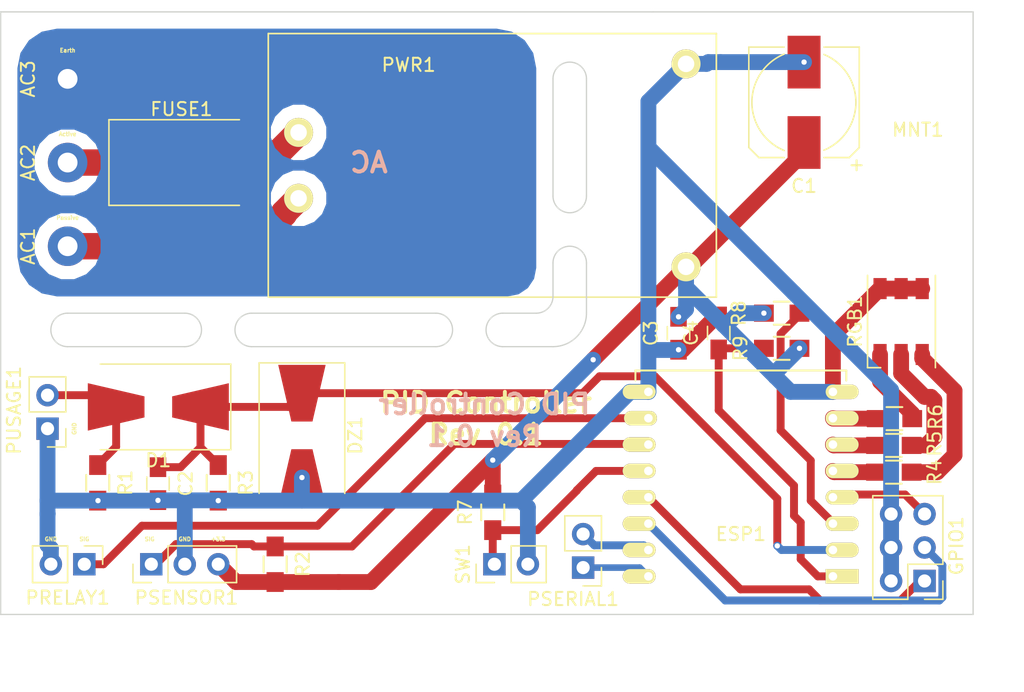
<source format=kicad_pcb>
(kicad_pcb (version 4) (host pcbnew 4.0.5)

  (general
    (links 54)
    (no_connects 0)
    (area 96.469999 59.639999 170.357001 105.460001)
    (thickness 1.6)
    (drawings 37)
    (tracks 187)
    (zones 0)
    (modules 29)
    (nets 25)
  )

  (page A4)
  (layers
    (0 F.Cu signal)
    (31 B.Cu signal)
    (33 F.Adhes user)
    (35 F.Paste user)
    (36 B.SilkS user)
    (37 F.SilkS user)
    (38 B.Mask user)
    (39 F.Mask user)
    (40 Dwgs.User user)
    (41 Cmts.User user)
    (42 Eco1.User user)
    (43 Eco2.User user)
    (44 Edge.Cuts user)
    (45 Margin user)
    (47 F.CrtYd user)
    (49 F.Fab user)
  )

  (setup
    (last_trace_width 0.6)
    (trace_clearance 0.2)
    (zone_clearance 0.01)
    (zone_45_only no)
    (trace_min 0.2)
    (segment_width 0.2)
    (edge_width 0.1)
    (via_size 0.6)
    (via_drill 0.4)
    (via_min_size 0.4)
    (via_min_drill 0.3)
    (uvia_size 0.3)
    (uvia_drill 0.1)
    (uvias_allowed no)
    (uvia_min_size 0.2)
    (uvia_min_drill 0.1)
    (pcb_text_width 0.3)
    (pcb_text_size 1.5 1.5)
    (mod_edge_width 0.15)
    (mod_text_size 1 1)
    (mod_text_width 0.15)
    (pad_size 1.5 1.5)
    (pad_drill 0.6)
    (pad_to_mask_clearance 0)
    (aux_axis_origin 0 0)
    (visible_elements FFFFFF7F)
    (pcbplotparams
      (layerselection 0x010f0_80000001)
      (usegerberextensions false)
      (excludeedgelayer true)
      (linewidth 0.100000)
      (plotframeref false)
      (viasonmask false)
      (mode 1)
      (useauxorigin false)
      (hpglpennumber 1)
      (hpglpenspeed 20)
      (hpglpendiameter 15)
      (hpglpenoverlay 2)
      (psnegative false)
      (psa4output false)
      (plotreference true)
      (plotvalue true)
      (plotinvisibletext false)
      (padsonsilk false)
      (subtractmaskfromsilk false)
      (outputformat 1)
      (mirror false)
      (drillshape 0)
      (scaleselection 1)
      (outputdirectory plot))
  )

  (net 0 "")
  (net 1 "Net-(AC1-Pad1)")
  (net 2 "Net-(AC2-Pad1)")
  (net 3 "Net-(AC3-Pad1)")
  (net 4 +3V3)
  (net 5 GND)
  (net 6 "Net-(C2-Pad1)")
  (net 7 "Net-(C4-Pad1)")
  (net 8 "Net-(D1-Pad2)")
  (net 9 "Net-(ESP1-Pad3)")
  (net 10 "Net-(ESP1-Pad4)")
  (net 11 "Net-(ESP1-Pad5)")
  (net 12 "Net-(ESP1-Pad6)")
  (net 13 "Net-(ESP1-Pad7)")
  (net 14 "Net-(ESP1-Pad10)")
  (net 15 "Net-(ESP1-Pad11)")
  (net 16 "Net-(ESP1-Pad12)")
  (net 17 "Net-(ESP1-Pad13)")
  (net 18 "Net-(ESP1-Pad14)")
  (net 19 "Net-(ESP1-Pad15)")
  (net 20 "Net-(ESP1-Pad16)")
  (net 21 "Net-(FUSE1-Pad2)")
  (net 22 "Net-(R4-Pad2)")
  (net 23 "Net-(R5-Pad2)")
  (net 24 "Net-(R6-Pad2)")

  (net_class Default "This is the default net class."
    (clearance 0.2)
    (trace_width 0.6)
    (via_dia 0.6)
    (via_drill 0.4)
    (uvia_dia 0.3)
    (uvia_drill 0.1)
    (add_net "Net-(C4-Pad1)")
    (add_net "Net-(ESP1-Pad12)")
    (add_net "Net-(ESP1-Pad13)")
    (add_net "Net-(ESP1-Pad14)")
    (add_net "Net-(ESP1-Pad15)")
    (add_net "Net-(ESP1-Pad16)")
    (add_net "Net-(ESP1-Pad3)")
    (add_net "Net-(ESP1-Pad4)")
  )

  (net_class 3v ""
    (clearance 0.33)
    (trace_width 1.2)
    (via_dia 0.6)
    (via_drill 0.4)
    (uvia_dia 0.3)
    (uvia_drill 0.1)
    (add_net +3V3)
    (add_net "Net-(ESP1-Pad5)")
    (add_net "Net-(ESP1-Pad6)")
    (add_net "Net-(ESP1-Pad7)")
    (add_net "Net-(R4-Pad2)")
    (add_net "Net-(R5-Pad2)")
    (add_net "Net-(R6-Pad2)")
  )

  (net_class AC ""
    (clearance 1)
    (trace_width 2)
    (via_dia 0.6)
    (via_drill 0.4)
    (uvia_dia 0.3)
    (uvia_drill 0.1)
    (add_net "Net-(AC1-Pad1)")
    (add_net "Net-(AC2-Pad1)")
    (add_net "Net-(AC3-Pad1)")
    (add_net "Net-(FUSE1-Pad2)")
  )

  (net_class GND ""
    (clearance 0.33)
    (trace_width 1.2)
    (via_dia 0.6)
    (via_drill 0.4)
    (uvia_dia 0.3)
    (uvia_drill 0.1)
    (add_net GND)
  )

  (net_class SensorSig ""
    (clearance 0.2)
    (trace_width 0.6)
    (via_dia 0.6)
    (via_drill 0.4)
    (uvia_dia 0.3)
    (uvia_drill 0.1)
    (add_net "Net-(ESP1-Pad10)")
    (add_net "Net-(ESP1-Pad11)")
  )

  (net_class SigGPIO ""
    (clearance 0.2)
    (trace_width 0.6)
    (via_dia 0.6)
    (via_drill 0.4)
    (uvia_dia 0.3)
    (uvia_drill 0.1)
  )

  (net_class UsageSig ""
    (clearance 0.2)
    (trace_width 0.6)
    (via_dia 0.6)
    (via_drill 0.4)
    (uvia_dia 0.3)
    (uvia_drill 0.1)
    (add_net "Net-(C2-Pad1)")
    (add_net "Net-(D1-Pad2)")
  )

  (module Power_Supply:HLK-PM03 (layer F.Cu) (tedit 57DB3A53) (tstamp 58A17367)
    (at 133.826 71.334)
    (path /589844A1)
    (fp_text reference PWR1 (at -6.35 -7.62) (layer F.SilkS)
      (effects (font (size 1 1) (thickness 0.15)))
    )
    (fp_text value HLK-PM03 (at -7.62 7.62) (layer F.Fab)
      (effects (font (size 1 1) (thickness 0.15)))
    )
    (fp_line (start 17 10) (end 17 -10) (layer F.SilkS) (width 0.127))
    (fp_line (start -17 -10) (end -17 10) (layer F.SilkS) (width 0.127))
    (fp_line (start -17 10) (end 17 10) (layer F.SilkS) (width 0.127))
    (fp_line (start 17 -10) (end -17 -10) (layer F.SilkS) (width 0.127))
    (pad 1 thru_hole circle (at -14.7 -2.5) (size 2.2 2.2) (drill 1.25) (layers *.Cu *.Mask F.SilkS)
      (net 21 "Net-(FUSE1-Pad2)"))
    (pad 2 thru_hole circle (at -14.7 2.5) (size 2.2 2.2) (drill 1.25) (layers *.Cu *.Mask F.SilkS)
      (net 1 "Net-(AC1-Pad1)"))
    (pad 3 thru_hole circle (at 14.7 -7.7) (size 2.2 2.2) (drill 1.25) (layers *.Cu *.Mask F.SilkS)
      (net 5 GND))
    (pad 4 thru_hole circle (at 14.7 7.7) (size 2.2 2.2) (drill 1.25) (layers *.Cu *.Mask F.SilkS)
      (net 4 +3V3))
    (model C:/Engineering/KiCAD_Libraries/3D/Power_Supplies/AC_DC_Converters/VRML/HiLink_HLK-PM03.wrl
      (at (xyz 0 0 0))
      (scale (xyz 1 1 1))
      (rotate (xyz 0 0 0))
    )
  )

  (module Measurement_Points:Measurement_Point_Round-TH_Big (layer F.Cu) (tedit 56C35F03) (tstamp 58A172F4)
    (at 101.6 77.47 90)
    (descr "Mesurement Point, Round, Trough Hole,  DM 3mm, Drill 1.5mm,")
    (tags "Mesurement Point Round Trough Hole 3mm 1.5mm")
    (path /58A183E7)
    (attr virtual)
    (fp_text reference AC1 (at 0 -3 90) (layer F.SilkS)
      (effects (font (size 1 1) (thickness 0.15)))
    )
    (fp_text value AC_P (at 0 3 90) (layer F.Fab)
      (effects (font (size 1 1) (thickness 0.15)))
    )
    (fp_circle (center 0 0) (end 1.75 0) (layer F.CrtYd) (width 0.05))
    (pad 1 thru_hole circle (at 0 0 90) (size 3 3) (drill 1.5) (layers *.Cu *.Mask)
      (net 1 "Net-(AC1-Pad1)"))
  )

  (module Measurement_Points:Measurement_Point_Round-TH_Big (layer F.Cu) (tedit 56C35F03) (tstamp 58A172F9)
    (at 101.6 71.12 90)
    (descr "Mesurement Point, Round, Trough Hole,  DM 3mm, Drill 1.5mm,")
    (tags "Mesurement Point Round Trough Hole 3mm 1.5mm")
    (path /58A18576)
    (attr virtual)
    (fp_text reference AC2 (at 0 -3 90) (layer F.SilkS)
      (effects (font (size 1 1) (thickness 0.15)))
    )
    (fp_text value AC_A (at 0 3 90) (layer F.Fab)
      (effects (font (size 1 1) (thickness 0.15)))
    )
    (fp_circle (center 0 0) (end 1.75 0) (layer F.CrtYd) (width 0.05))
    (pad 1 thru_hole circle (at 0 0 90) (size 3 3) (drill 1.5) (layers *.Cu *.Mask)
      (net 2 "Net-(AC2-Pad1)"))
  )

  (module Measurement_Points:Measurement_Point_Square-TH_Big (layer F.Cu) (tedit 56C36076) (tstamp 58A172FE)
    (at 101.6 64.77 90)
    (descr "Mesurement Point, Square, Trough Hole,  3mm x 3mm, Drill 1.5mm,")
    (tags "Mesurement Point Square Trough Hole 3x3mm Drill 1.5mm")
    (path /58A185EC)
    (attr virtual)
    (fp_text reference AC3 (at 0 -3 90) (layer F.SilkS)
      (effects (font (size 1 1) (thickness 0.15)))
    )
    (fp_text value AC_E (at 0 3 90) (layer F.Fab)
      (effects (font (size 1 1) (thickness 0.15)))
    )
    (fp_line (start -1.75 -1.75) (end 1.75 -1.75) (layer F.CrtYd) (width 0.05))
    (fp_line (start 1.75 -1.75) (end 1.75 1.75) (layer F.CrtYd) (width 0.05))
    (fp_line (start 1.75 1.75) (end -1.75 1.75) (layer F.CrtYd) (width 0.05))
    (fp_line (start -1.75 1.75) (end -1.75 -1.75) (layer F.CrtYd) (width 0.05))
    (pad 1 thru_hole rect (at 0 0 90) (size 3 3) (drill 1.5) (layers *.Cu *.Mask)
      (net 3 "Net-(AC3-Pad1)"))
  )

  (module Capacitors_SMD:CP_Elec_8x10.5 (layer F.Cu) (tedit 57FA468B) (tstamp 58A17304)
    (at 157.48 66.55 90)
    (descr "SMT capacitor, aluminium electrolytic, 8x10.5")
    (path /589845E1)
    (attr smd)
    (fp_text reference C1 (at -6.348 0 180) (layer F.SilkS)
      (effects (font (size 1 1) (thickness 0.15)))
    )
    (fp_text value 100uF (at 0 -5.4483 90) (layer F.Fab)
      (effects (font (size 1 1) (thickness 0.15)))
    )
    (fp_line (start 4.0386 4.0386) (end 4.0386 -4.0386) (layer F.Fab) (width 0.1))
    (fp_line (start -3.3655 4.0386) (end 4.0386 4.0386) (layer F.Fab) (width 0.1))
    (fp_line (start -4.0386 3.3655) (end -3.3655 4.0386) (layer F.Fab) (width 0.1))
    (fp_line (start -4.0386 -3.3655) (end -4.0386 3.3655) (layer F.Fab) (width 0.1))
    (fp_line (start -3.3655 -4.0386) (end -4.0386 -3.3655) (layer F.Fab) (width 0.1))
    (fp_line (start 4.0386 -4.0386) (end -3.3655 -4.0386) (layer F.Fab) (width 0.1))
    (fp_text user + (at -2.2733 -0.0762 90) (layer F.Fab)
      (effects (font (size 1 1) (thickness 0.15)))
    )
    (fp_arc (start 0 0) (end 3.6322 1.5113) (angle 134.8591484) (layer F.SilkS) (width 0.12))
    (fp_arc (start 0 0) (end -3.6576 -1.5113) (angle 135.1294305) (layer F.SilkS) (width 0.12))
    (fp_line (start -4.191 3.429) (end -4.191 1.5113) (layer F.SilkS) (width 0.12))
    (fp_line (start -4.191 -3.429) (end -4.191 -1.5113) (layer F.SilkS) (width 0.12))
    (fp_line (start 4.191 4.191) (end 4.191 1.5113) (layer F.SilkS) (width 0.12))
    (fp_line (start 4.191 -4.191) (end 4.191 -1.5113) (layer F.SilkS) (width 0.12))
    (fp_text user + (at -4.7752 3.9116 90) (layer F.SilkS)
      (effects (font (size 1 1) (thickness 0.15)))
    )
    (fp_line (start 5.35 -4.55) (end -5.35 -4.55) (layer F.CrtYd) (width 0.05))
    (fp_line (start -5.35 -4.55) (end -5.35 4.55) (layer F.CrtYd) (width 0.05))
    (fp_line (start -5.35 4.55) (end 5.35 4.55) (layer F.CrtYd) (width 0.05))
    (fp_line (start 5.35 4.55) (end 5.35 -4.55) (layer F.CrtYd) (width 0.05))
    (fp_line (start 4.191 4.191) (end -3.429 4.191) (layer F.SilkS) (width 0.12))
    (fp_line (start -3.429 4.191) (end -4.191 3.429) (layer F.SilkS) (width 0.12))
    (fp_line (start -4.191 -3.429) (end -3.429 -4.191) (layer F.SilkS) (width 0.12))
    (fp_line (start -3.429 -4.191) (end 4.191 -4.191) (layer F.SilkS) (width 0.12))
    (pad 1 smd rect (at -3.05 0 270) (size 4 2.5) (layers F.Cu F.Paste F.Mask)
      (net 4 +3V3))
    (pad 2 smd rect (at 3.05 0 270) (size 4 2.5) (layers F.Cu F.Paste F.Mask)
      (net 5 GND))
    (model Capacitors_SMD.3dshapes/CP_Elec_8x10.5.wrl
      (at (xyz 0 0 0))
      (scale (xyz 1 1 1))
      (rotate (xyz 0 0 180))
    )
  )

  (module Capacitors_SMD:C_0805_HandSoldering (layer F.Cu) (tedit 541A9B8D) (tstamp 58A1730A)
    (at 108.458 95.484 270)
    (descr "Capacitor SMD 0805, hand soldering")
    (tags "capacitor 0805")
    (path /58989C7A)
    (attr smd)
    (fp_text reference C2 (at 0 -2.1 270) (layer F.SilkS)
      (effects (font (size 1 1) (thickness 0.15)))
    )
    (fp_text value CAP (at 0 2.1 270) (layer F.Fab)
      (effects (font (size 1 1) (thickness 0.15)))
    )
    (fp_line (start -1 0.625) (end -1 -0.625) (layer F.Fab) (width 0.1))
    (fp_line (start 1 0.625) (end -1 0.625) (layer F.Fab) (width 0.1))
    (fp_line (start 1 -0.625) (end 1 0.625) (layer F.Fab) (width 0.1))
    (fp_line (start -1 -0.625) (end 1 -0.625) (layer F.Fab) (width 0.1))
    (fp_line (start -2.3 -1) (end 2.3 -1) (layer F.CrtYd) (width 0.05))
    (fp_line (start -2.3 1) (end 2.3 1) (layer F.CrtYd) (width 0.05))
    (fp_line (start -2.3 -1) (end -2.3 1) (layer F.CrtYd) (width 0.05))
    (fp_line (start 2.3 -1) (end 2.3 1) (layer F.CrtYd) (width 0.05))
    (fp_line (start 0.5 -0.85) (end -0.5 -0.85) (layer F.SilkS) (width 0.12))
    (fp_line (start -0.5 0.85) (end 0.5 0.85) (layer F.SilkS) (width 0.12))
    (pad 1 smd rect (at -1.25 0 270) (size 1.5 1.25) (layers F.Cu F.Paste F.Mask)
      (net 6 "Net-(C2-Pad1)"))
    (pad 2 smd rect (at 1.25 0 270) (size 1.5 1.25) (layers F.Cu F.Paste F.Mask)
      (net 5 GND))
    (model Capacitors_SMD.3dshapes/C_0805_HandSoldering.wrl
      (at (xyz 0 0 0))
      (scale (xyz 1 1 1))
      (rotate (xyz 0 0 0))
    )
  )

  (module Capacitors_SMD:C_0805_HandSoldering (layer F.Cu) (tedit 541A9B8D) (tstamp 58A17310)
    (at 147.955 84.074 90)
    (descr "Capacitor SMD 0805, hand soldering")
    (tags "capacitor 0805")
    (path /58984694)
    (attr smd)
    (fp_text reference C3 (at 0 -2.1 90) (layer F.SilkS)
      (effects (font (size 1 1) (thickness 0.15)))
    )
    (fp_text value 100nF (at 0 2.1 90) (layer F.Fab)
      (effects (font (size 1 1) (thickness 0.15)))
    )
    (fp_line (start -1 0.625) (end -1 -0.625) (layer F.Fab) (width 0.1))
    (fp_line (start 1 0.625) (end -1 0.625) (layer F.Fab) (width 0.1))
    (fp_line (start 1 -0.625) (end 1 0.625) (layer F.Fab) (width 0.1))
    (fp_line (start -1 -0.625) (end 1 -0.625) (layer F.Fab) (width 0.1))
    (fp_line (start -2.3 -1) (end 2.3 -1) (layer F.CrtYd) (width 0.05))
    (fp_line (start -2.3 1) (end 2.3 1) (layer F.CrtYd) (width 0.05))
    (fp_line (start -2.3 -1) (end -2.3 1) (layer F.CrtYd) (width 0.05))
    (fp_line (start 2.3 -1) (end 2.3 1) (layer F.CrtYd) (width 0.05))
    (fp_line (start 0.5 -0.85) (end -0.5 -0.85) (layer F.SilkS) (width 0.12))
    (fp_line (start -0.5 0.85) (end 0.5 0.85) (layer F.SilkS) (width 0.12))
    (pad 1 smd rect (at -1.25 0 90) (size 1.5 1.25) (layers F.Cu F.Paste F.Mask)
      (net 5 GND))
    (pad 2 smd rect (at 1.25 0 90) (size 1.5 1.25) (layers F.Cu F.Paste F.Mask)
      (net 4 +3V3))
    (model Capacitors_SMD.3dshapes/C_0805_HandSoldering.wrl
      (at (xyz 0 0 0))
      (scale (xyz 1 1 1))
      (rotate (xyz 0 0 0))
    )
  )

  (module Capacitors_SMD:C_0805_HandSoldering (layer F.Cu) (tedit 541A9B8D) (tstamp 58A17316)
    (at 151.003 84.054 90)
    (descr "Capacitor SMD 0805, hand soldering")
    (tags "capacitor 0805")
    (path /5899053E)
    (attr smd)
    (fp_text reference C4 (at 0 -2.1 90) (layer F.SilkS)
      (effects (font (size 1 1) (thickness 0.15)))
    )
    (fp_text value 470nF (at 0 2.1 90) (layer F.Fab)
      (effects (font (size 1 1) (thickness 0.15)))
    )
    (fp_line (start -1 0.625) (end -1 -0.625) (layer F.Fab) (width 0.1))
    (fp_line (start 1 0.625) (end -1 0.625) (layer F.Fab) (width 0.1))
    (fp_line (start 1 -0.625) (end 1 0.625) (layer F.Fab) (width 0.1))
    (fp_line (start -1 -0.625) (end 1 -0.625) (layer F.Fab) (width 0.1))
    (fp_line (start -2.3 -1) (end 2.3 -1) (layer F.CrtYd) (width 0.05))
    (fp_line (start -2.3 1) (end 2.3 1) (layer F.CrtYd) (width 0.05))
    (fp_line (start -2.3 -1) (end -2.3 1) (layer F.CrtYd) (width 0.05))
    (fp_line (start 2.3 -1) (end 2.3 1) (layer F.CrtYd) (width 0.05))
    (fp_line (start 0.5 -0.85) (end -0.5 -0.85) (layer F.SilkS) (width 0.12))
    (fp_line (start -0.5 0.85) (end 0.5 0.85) (layer F.SilkS) (width 0.12))
    (pad 1 smd rect (at -1.25 0 90) (size 1.5 1.25) (layers F.Cu F.Paste F.Mask)
      (net 7 "Net-(C4-Pad1)"))
    (pad 2 smd rect (at 1.25 0 90) (size 1.5 1.25) (layers F.Cu F.Paste F.Mask)
      (net 5 GND))
    (model Capacitors_SMD.3dshapes/C_0805_HandSoldering.wrl
      (at (xyz 0 0 0))
      (scale (xyz 1 1 1))
      (rotate (xyz 0 0 0))
    )
  )

  (module Diodes_SMD:D_SMB-SMC_Universal_Handsoldering (layer F.Cu) (tedit 586436A6) (tstamp 58A1731C)
    (at 108.483 89.662 180)
    (descr "Diode, Universal, SMB, SMC, Handsoldering,")
    (tags "Diode Universal SMB SMC Handsoldering ")
    (path /58989697)
    (attr smd)
    (fp_text reference D1 (at 0 -4.05 180) (layer F.SilkS)
      (effects (font (size 1 1) (thickness 0.15)))
    )
    (fp_text value D (at 0 4.1 180) (layer F.Fab)
      (effects (font (size 1 1) (thickness 0.15)))
    )
    (fp_line (start -5.5 3.25) (end -5.5 -3.25) (layer F.SilkS) (width 0.12))
    (fp_line (start 3.55 3.1) (end -3.55 3.1) (layer F.Fab) (width 0.1))
    (fp_line (start -3.55 3.1) (end -3.55 -3.1) (layer F.Fab) (width 0.1))
    (fp_line (start 3.55 -3.1) (end 3.55 3.1) (layer F.Fab) (width 0.1))
    (fp_line (start 3.55 -3.1) (end -3.55 -3.1) (layer F.Fab) (width 0.1))
    (fp_line (start 2.3 2) (end -2.3 2) (layer F.Fab) (width 0.1))
    (fp_line (start -2.3 2) (end -2.3 -2) (layer F.Fab) (width 0.1))
    (fp_line (start 2.3 -2) (end 2.3 2) (layer F.Fab) (width 0.1))
    (fp_line (start 2.3 -2) (end -2.3 -2) (layer F.Fab) (width 0.1))
    (fp_line (start -5.6 -3.35) (end 5.6 -3.35) (layer F.CrtYd) (width 0.05))
    (fp_line (start 5.6 -3.35) (end 5.6 3.35) (layer F.CrtYd) (width 0.05))
    (fp_line (start 5.6 3.35) (end -5.6 3.35) (layer F.CrtYd) (width 0.05))
    (fp_line (start -5.6 3.35) (end -5.6 -3.35) (layer F.CrtYd) (width 0.05))
    (fp_line (start -0.64944 0.00102) (end -1.55114 0.00102) (layer F.Fab) (width 0.1))
    (fp_line (start 0.50118 0.00102) (end 1.4994 0.00102) (layer F.Fab) (width 0.1))
    (fp_line (start -0.64944 -0.79908) (end -0.64944 0.80112) (layer F.Fab) (width 0.1))
    (fp_line (start 0.50118 0.75032) (end 0.50118 -0.79908) (layer F.Fab) (width 0.1))
    (fp_line (start -0.64944 0.00102) (end 0.50118 0.75032) (layer F.Fab) (width 0.1))
    (fp_line (start -0.64944 0.00102) (end 0.50118 -0.79908) (layer F.Fab) (width 0.1))
    (fp_line (start -5.5 3.25) (end 4.4 3.25) (layer F.SilkS) (width 0.12))
    (fp_line (start -5.5 -3.25) (end 4.4 -3.25) (layer F.SilkS) (width 0.12))
    (pad 1 smd trapezoid (at -3.2 0 180) (size 4.3 2.6) (rect_delta 1 0 ) (layers F.Cu F.Paste F.Mask)
      (net 6 "Net-(C2-Pad1)"))
    (pad 2 smd trapezoid (at 3.2 0) (size 4.3 2.6) (rect_delta 1 0 ) (layers F.Cu F.Paste F.Mask)
      (net 8 "Net-(D1-Pad2)"))
    (model Diodes_SMD.3dshapes/D_SMB-SMC_Universal_Handsoldering.wrl
      (at (xyz 0 0 0))
      (scale (xyz 0.3937 0.3937 0.3937))
      (rotate (xyz 0 0 180))
    )
  )

  (module Diodes_SMD:D_SMB-SMC_Universal_Handsoldering (layer F.Cu) (tedit 586436A6) (tstamp 58A17322)
    (at 119.38 91.821 270)
    (descr "Diode, Universal, SMB, SMC, Handsoldering,")
    (tags "Diode Universal SMB SMC Handsoldering ")
    (path /58A6772A)
    (attr smd)
    (fp_text reference DZ1 (at 0 -4.05 270) (layer F.SilkS)
      (effects (font (size 1 1) (thickness 0.15)))
    )
    (fp_text value 3v (at 0 4.1 270) (layer F.Fab)
      (effects (font (size 1 1) (thickness 0.15)))
    )
    (fp_line (start -5.5 3.25) (end -5.5 -3.25) (layer F.SilkS) (width 0.12))
    (fp_line (start 3.55 3.1) (end -3.55 3.1) (layer F.Fab) (width 0.1))
    (fp_line (start -3.55 3.1) (end -3.55 -3.1) (layer F.Fab) (width 0.1))
    (fp_line (start 3.55 -3.1) (end 3.55 3.1) (layer F.Fab) (width 0.1))
    (fp_line (start 3.55 -3.1) (end -3.55 -3.1) (layer F.Fab) (width 0.1))
    (fp_line (start 2.3 2) (end -2.3 2) (layer F.Fab) (width 0.1))
    (fp_line (start -2.3 2) (end -2.3 -2) (layer F.Fab) (width 0.1))
    (fp_line (start 2.3 -2) (end 2.3 2) (layer F.Fab) (width 0.1))
    (fp_line (start 2.3 -2) (end -2.3 -2) (layer F.Fab) (width 0.1))
    (fp_line (start -5.6 -3.35) (end 5.6 -3.35) (layer F.CrtYd) (width 0.05))
    (fp_line (start 5.6 -3.35) (end 5.6 3.35) (layer F.CrtYd) (width 0.05))
    (fp_line (start 5.6 3.35) (end -5.6 3.35) (layer F.CrtYd) (width 0.05))
    (fp_line (start -5.6 3.35) (end -5.6 -3.35) (layer F.CrtYd) (width 0.05))
    (fp_line (start -0.64944 0.00102) (end -1.55114 0.00102) (layer F.Fab) (width 0.1))
    (fp_line (start 0.50118 0.00102) (end 1.4994 0.00102) (layer F.Fab) (width 0.1))
    (fp_line (start -0.64944 -0.79908) (end -0.64944 0.80112) (layer F.Fab) (width 0.1))
    (fp_line (start 0.50118 0.75032) (end 0.50118 -0.79908) (layer F.Fab) (width 0.1))
    (fp_line (start -0.64944 0.00102) (end 0.50118 0.75032) (layer F.Fab) (width 0.1))
    (fp_line (start -0.64944 0.00102) (end 0.50118 -0.79908) (layer F.Fab) (width 0.1))
    (fp_line (start -5.5 3.25) (end 4.4 3.25) (layer F.SilkS) (width 0.12))
    (fp_line (start -5.5 -3.25) (end 4.4 -3.25) (layer F.SilkS) (width 0.12))
    (pad 1 smd trapezoid (at -3.2 0 270) (size 4.3 2.6) (rect_delta 1 0 ) (layers F.Cu F.Paste F.Mask)
      (net 6 "Net-(C2-Pad1)"))
    (pad 2 smd trapezoid (at 3.2 0 90) (size 4.3 2.6) (rect_delta 1 0 ) (layers F.Cu F.Paste F.Mask)
      (net 5 GND))
    (model Diodes_SMD.3dshapes/D_SMB-SMC_Universal_Handsoldering.wrl
      (at (xyz 0 0 0))
      (scale (xyz 0.3937 0.3937 0.3937))
      (rotate (xyz 0 0 180))
    )
  )

  (module ESP8266:ESP-12 (layer F.Cu) (tedit 55BE5912) (tstamp 58A17336)
    (at 159.669 102.519 180)
    (descr "Module, ESP-8266, ESP-12, 16 pad, SMD")
    (tags "Module ESP-8266 ESP8266")
    (path /58984542)
    (fp_text reference ESP1 (at 6.985 3.205 180) (layer F.SilkS)
      (effects (font (size 1 1) (thickness 0.15)))
    )
    (fp_text value ESP-12 (at 6.992 1 180) (layer F.Fab)
      (effects (font (size 1 1) (thickness 0.15)))
    )
    (fp_line (start -2.25 -0.5) (end -2.25 -8.75) (layer F.CrtYd) (width 0.05))
    (fp_line (start -2.25 -8.75) (end 15.25 -8.75) (layer F.CrtYd) (width 0.05))
    (fp_line (start 15.25 -8.75) (end 16.25 -8.75) (layer F.CrtYd) (width 0.05))
    (fp_line (start 16.25 -8.75) (end 16.25 16) (layer F.CrtYd) (width 0.05))
    (fp_line (start 16.25 16) (end -2.25 16) (layer F.CrtYd) (width 0.05))
    (fp_line (start -2.25 16) (end -2.25 -0.5) (layer F.CrtYd) (width 0.05))
    (fp_line (start -1.016 -8.382) (end 14.986 -8.382) (layer F.CrtYd) (width 0.1524))
    (fp_line (start 14.986 -8.382) (end 14.986 -0.889) (layer F.CrtYd) (width 0.1524))
    (fp_line (start -1.016 -8.382) (end -1.016 -1.016) (layer F.CrtYd) (width 0.1524))
    (fp_line (start -1.016 14.859) (end -1.016 15.621) (layer F.SilkS) (width 0.1524))
    (fp_line (start -1.016 15.621) (end 14.986 15.621) (layer F.SilkS) (width 0.1524))
    (fp_line (start 14.986 15.621) (end 14.986 14.859) (layer F.SilkS) (width 0.1524))
    (fp_line (start 14.992 -8.4) (end -1.008 -2.6) (layer F.CrtYd) (width 0.1524))
    (fp_line (start -1.008 -8.4) (end 14.992 -2.6) (layer F.CrtYd) (width 0.1524))
    (fp_text user "No Copper" (at 6.892 -5.4 180) (layer F.CrtYd)
      (effects (font (size 1 1) (thickness 0.15)))
    )
    (fp_line (start -1.008 -2.6) (end 14.992 -2.6) (layer F.CrtYd) (width 0.1524))
    (fp_line (start 15 -8.4) (end 15 15.6) (layer F.Fab) (width 0.05))
    (fp_line (start 14.992 15.6) (end -1.008 15.6) (layer F.Fab) (width 0.05))
    (fp_line (start -1.008 15.6) (end -1.008 -8.4) (layer F.Fab) (width 0.05))
    (fp_line (start -1.008 -8.4) (end 14.992 -8.4) (layer F.Fab) (width 0.05))
    (pad 1 thru_hole rect (at 0 0 180) (size 2.5 1.1) (drill 0.65 (offset -0.7 0)) (layers *.Cu *.Mask F.SilkS)
      (net 7 "Net-(C4-Pad1)"))
    (pad 2 thru_hole oval (at 0 2 180) (size 2.5 1.1) (drill 0.65 (offset -0.7 0)) (layers *.Cu *.Mask F.SilkS)
      (net 6 "Net-(C2-Pad1)"))
    (pad 3 thru_hole oval (at 0 4 180) (size 2.5 1.1) (drill 0.65 (offset -0.7 0)) (layers *.Cu *.Mask F.SilkS)
      (net 9 "Net-(ESP1-Pad3)"))
    (pad 4 thru_hole oval (at 0 6 180) (size 2.5 1.1) (drill 0.65 (offset -0.7 0)) (layers *.Cu *.Mask F.SilkS)
      (net 10 "Net-(ESP1-Pad4)"))
    (pad 5 thru_hole oval (at 0 8 180) (size 2.5 1.1) (drill 0.65 (offset -0.7 0)) (layers *.Cu *.Mask F.SilkS)
      (net 11 "Net-(ESP1-Pad5)"))
    (pad 6 thru_hole oval (at 0 10 180) (size 2.5 1.1) (drill 0.65 (offset -0.7 0)) (layers *.Cu *.Mask F.SilkS)
      (net 12 "Net-(ESP1-Pad6)"))
    (pad 7 thru_hole oval (at 0 12 180) (size 2.5 1.1) (drill 0.65 (offset -0.7 0)) (layers *.Cu *.Mask F.SilkS)
      (net 13 "Net-(ESP1-Pad7)"))
    (pad 8 thru_hole oval (at 0 14 180) (size 2.5 1.1) (drill 0.65 (offset -0.7 0)) (layers *.Cu *.Mask F.SilkS)
      (net 4 +3V3))
    (pad 9 thru_hole oval (at 14 14 180) (size 2.5 1.1) (drill 0.65 (offset 0.7 0)) (layers *.Cu *.Mask F.SilkS)
      (net 5 GND))
    (pad 10 thru_hole oval (at 14 12 180) (size 2.5 1.1) (drill 0.65 (offset 0.6 0)) (layers *.Cu *.Mask F.SilkS)
      (net 14 "Net-(ESP1-Pad10)"))
    (pad 11 thru_hole oval (at 14 10 180) (size 2.5 1.1) (drill 0.65 (offset 0.7 0)) (layers *.Cu *.Mask F.SilkS)
      (net 15 "Net-(ESP1-Pad11)"))
    (pad 12 thru_hole oval (at 14 8 180) (size 2.5 1.1) (drill 0.65 (offset 0.7 0)) (layers *.Cu *.Mask F.SilkS)
      (net 16 "Net-(ESP1-Pad12)"))
    (pad 13 thru_hole oval (at 14 6 180) (size 2.5 1.1) (drill 0.65 (offset 0.7 0)) (layers *.Cu *.Mask F.SilkS)
      (net 17 "Net-(ESP1-Pad13)"))
    (pad 14 thru_hole oval (at 14 4 180) (size 2.5 1.1) (drill 0.65 (offset 0.7 0)) (layers *.Cu *.Mask F.SilkS)
      (net 18 "Net-(ESP1-Pad14)"))
    (pad 15 thru_hole oval (at 14 2 180) (size 2.5 1.1) (drill 0.65 (offset 0.7 0)) (layers *.Cu *.Mask F.SilkS)
      (net 19 "Net-(ESP1-Pad15)"))
    (pad 16 thru_hole oval (at 14 0 180) (size 2.5 1.1) (drill 0.65 (offset 0.7 0)) (layers *.Cu *.Mask F.SilkS)
      (net 20 "Net-(ESP1-Pad16)"))
    (model ${ESPLIB}/ESP8266.3dshapes/ESP-12.wrl
      (at (xyz 0 0 0))
      (scale (xyz 0.3937 0.3937 0.3937))
      (rotate (xyz 0 0 0))
    )
  )

  (module Diodes_SMD:D_SMB-SMC_Universal_Handsoldering (layer F.Cu) (tedit 586436A6) (tstamp 58A1733C)
    (at 110.236 71.12)
    (descr "Diode, Universal, SMB, SMC, Handsoldering,")
    (tags "Diode Universal SMB SMC Handsoldering ")
    (path /58986FE2)
    (attr smd)
    (fp_text reference FUSE1 (at 0 -4.05) (layer F.SilkS)
      (effects (font (size 1 1) (thickness 0.15)))
    )
    (fp_text value 250mA (at 0 4.1) (layer F.Fab)
      (effects (font (size 1 1) (thickness 0.15)))
    )
    (fp_line (start -5.5 3.25) (end -5.5 -3.25) (layer F.SilkS) (width 0.12))
    (fp_line (start 3.55 3.1) (end -3.55 3.1) (layer F.Fab) (width 0.1))
    (fp_line (start -3.55 3.1) (end -3.55 -3.1) (layer F.Fab) (width 0.1))
    (fp_line (start 3.55 -3.1) (end 3.55 3.1) (layer F.Fab) (width 0.1))
    (fp_line (start 3.55 -3.1) (end -3.55 -3.1) (layer F.Fab) (width 0.1))
    (fp_line (start 2.3 2) (end -2.3 2) (layer F.Fab) (width 0.1))
    (fp_line (start -2.3 2) (end -2.3 -2) (layer F.Fab) (width 0.1))
    (fp_line (start 2.3 -2) (end 2.3 2) (layer F.Fab) (width 0.1))
    (fp_line (start 2.3 -2) (end -2.3 -2) (layer F.Fab) (width 0.1))
    (fp_line (start -5.6 -3.35) (end 5.6 -3.35) (layer F.CrtYd) (width 0.05))
    (fp_line (start 5.6 -3.35) (end 5.6 3.35) (layer F.CrtYd) (width 0.05))
    (fp_line (start 5.6 3.35) (end -5.6 3.35) (layer F.CrtYd) (width 0.05))
    (fp_line (start -5.6 3.35) (end -5.6 -3.35) (layer F.CrtYd) (width 0.05))
    (fp_line (start -0.64944 0.00102) (end -1.55114 0.00102) (layer F.Fab) (width 0.1))
    (fp_line (start 0.50118 0.00102) (end 1.4994 0.00102) (layer F.Fab) (width 0.1))
    (fp_line (start -0.64944 -0.79908) (end -0.64944 0.80112) (layer F.Fab) (width 0.1))
    (fp_line (start 0.50118 0.75032) (end 0.50118 -0.79908) (layer F.Fab) (width 0.1))
    (fp_line (start -0.64944 0.00102) (end 0.50118 0.75032) (layer F.Fab) (width 0.1))
    (fp_line (start -0.64944 0.00102) (end 0.50118 -0.79908) (layer F.Fab) (width 0.1))
    (fp_line (start -5.5 3.25) (end 4.4 3.25) (layer F.SilkS) (width 0.12))
    (fp_line (start -5.5 -3.25) (end 4.4 -3.25) (layer F.SilkS) (width 0.12))
    (pad 1 smd trapezoid (at -3.2 0) (size 4.3 2.6) (rect_delta 1 0 ) (layers F.Cu F.Paste F.Mask)
      (net 2 "Net-(AC2-Pad1)"))
    (pad 2 smd trapezoid (at 3.2 0 180) (size 4.3 2.6) (rect_delta 1 0 ) (layers F.Cu F.Paste F.Mask)
      (net 21 "Net-(FUSE1-Pad2)"))
    (model Diodes_SMD.3dshapes/D_SMB-SMC_Universal_Handsoldering.wrl
      (at (xyz 0 0 0))
      (scale (xyz 0.3937 0.3937 0.3937))
      (rotate (xyz 0 0 180))
    )
  )

  (module Pin_Headers:Pin_Header_Straight_2x03_Pitch2.54mm (layer F.Cu) (tedit 5862ED53) (tstamp 58A17346)
    (at 166.624 102.87 180)
    (descr "Through hole straight pin header, 2x03, 2.54mm pitch, double rows")
    (tags "Through hole pin header THT 2x03 2.54mm double row")
    (path /58991B8E)
    (fp_text reference GPIO1 (at -2.413 2.667 270) (layer F.SilkS)
      (effects (font (size 1 1) (thickness 0.15)))
    )
    (fp_text value GPIO (at 1.27 7.47 180) (layer F.Fab)
      (effects (font (size 1 1) (thickness 0.15)))
    )
    (fp_line (start -1.27 -1.27) (end -1.27 6.35) (layer F.Fab) (width 0.1))
    (fp_line (start -1.27 6.35) (end 3.81 6.35) (layer F.Fab) (width 0.1))
    (fp_line (start 3.81 6.35) (end 3.81 -1.27) (layer F.Fab) (width 0.1))
    (fp_line (start 3.81 -1.27) (end -1.27 -1.27) (layer F.Fab) (width 0.1))
    (fp_line (start -1.39 1.27) (end -1.39 6.47) (layer F.SilkS) (width 0.12))
    (fp_line (start -1.39 6.47) (end 3.93 6.47) (layer F.SilkS) (width 0.12))
    (fp_line (start 3.93 6.47) (end 3.93 -1.39) (layer F.SilkS) (width 0.12))
    (fp_line (start 3.93 -1.39) (end 1.27 -1.39) (layer F.SilkS) (width 0.12))
    (fp_line (start 1.27 -1.39) (end 1.27 1.27) (layer F.SilkS) (width 0.12))
    (fp_line (start 1.27 1.27) (end -1.39 1.27) (layer F.SilkS) (width 0.12))
    (fp_line (start -1.39 0) (end -1.39 -1.39) (layer F.SilkS) (width 0.12))
    (fp_line (start -1.39 -1.39) (end 0 -1.39) (layer F.SilkS) (width 0.12))
    (fp_line (start -1.6 -1.6) (end -1.6 6.6) (layer F.CrtYd) (width 0.05))
    (fp_line (start -1.6 6.6) (end 4.1 6.6) (layer F.CrtYd) (width 0.05))
    (fp_line (start 4.1 6.6) (end 4.1 -1.6) (layer F.CrtYd) (width 0.05))
    (fp_line (start 4.1 -1.6) (end -1.6 -1.6) (layer F.CrtYd) (width 0.05))
    (pad 1 thru_hole rect (at 0 0 180) (size 1.7 1.7) (drill 1) (layers *.Cu *.Mask)
      (net 17 "Net-(ESP1-Pad13)"))
    (pad 2 thru_hole oval (at 2.54 0 180) (size 1.7 1.7) (drill 1) (layers *.Cu *.Mask)
      (net 5 GND))
    (pad 3 thru_hole oval (at 0 2.54 180) (size 1.7 1.7) (drill 1) (layers *.Cu *.Mask)
      (net 18 "Net-(ESP1-Pad14)"))
    (pad 4 thru_hole oval (at 2.54 2.54 180) (size 1.7 1.7) (drill 1) (layers *.Cu *.Mask)
      (net 5 GND))
    (pad 5 thru_hole oval (at 0 5.08 180) (size 1.7 1.7) (drill 1) (layers *.Cu *.Mask)
      (net 10 "Net-(ESP1-Pad4)"))
    (pad 6 thru_hole oval (at 2.54 5.08 180) (size 1.7 1.7) (drill 1) (layers *.Cu *.Mask)
      (net 5 GND))
    (model Pin_Headers.3dshapes/Pin_Header_Straight_2x03_Pitch2.54mm.wrl
      (at (xyz 0.05 -0.1 0))
      (scale (xyz 1 1 1))
      (rotate (xyz 0 0 90))
    )
  )

  (module Pin_Headers:Pin_Header_Straight_1x02_Pitch2.54mm (layer F.Cu) (tedit 5862ED52) (tstamp 58A1734C)
    (at 102.87 101.6 270)
    (descr "Through hole straight pin header, 1x02, 2.54mm pitch, single row")
    (tags "Through hole pin header THT 1x02 2.54mm single row")
    (path /58984EEE)
    (fp_text reference PRELAY1 (at 2.54 1.27 360) (layer F.SilkS)
      (effects (font (size 1 1) (thickness 0.15)))
    )
    (fp_text value SSR (at 0 4.93 270) (layer F.Fab)
      (effects (font (size 1 1) (thickness 0.15)))
    )
    (fp_line (start -1.27 -1.27) (end -1.27 3.81) (layer F.Fab) (width 0.1))
    (fp_line (start -1.27 3.81) (end 1.27 3.81) (layer F.Fab) (width 0.1))
    (fp_line (start 1.27 3.81) (end 1.27 -1.27) (layer F.Fab) (width 0.1))
    (fp_line (start 1.27 -1.27) (end -1.27 -1.27) (layer F.Fab) (width 0.1))
    (fp_line (start -1.39 1.27) (end -1.39 3.93) (layer F.SilkS) (width 0.12))
    (fp_line (start -1.39 3.93) (end 1.39 3.93) (layer F.SilkS) (width 0.12))
    (fp_line (start 1.39 3.93) (end 1.39 1.27) (layer F.SilkS) (width 0.12))
    (fp_line (start 1.39 1.27) (end -1.39 1.27) (layer F.SilkS) (width 0.12))
    (fp_line (start -1.39 0) (end -1.39 -1.39) (layer F.SilkS) (width 0.12))
    (fp_line (start -1.39 -1.39) (end 0 -1.39) (layer F.SilkS) (width 0.12))
    (fp_line (start -1.6 -1.6) (end -1.6 4.1) (layer F.CrtYd) (width 0.05))
    (fp_line (start -1.6 4.1) (end 1.6 4.1) (layer F.CrtYd) (width 0.05))
    (fp_line (start 1.6 4.1) (end 1.6 -1.6) (layer F.CrtYd) (width 0.05))
    (fp_line (start 1.6 -1.6) (end -1.6 -1.6) (layer F.CrtYd) (width 0.05))
    (pad 1 thru_hole rect (at 0 0 270) (size 1.7 1.7) (drill 1) (layers *.Cu *.Mask)
      (net 14 "Net-(ESP1-Pad10)"))
    (pad 2 thru_hole oval (at 0 2.54 270) (size 1.7 1.7) (drill 1) (layers *.Cu *.Mask)
      (net 5 GND))
    (model Pin_Headers.3dshapes/Pin_Header_Straight_1x02_Pitch2.54mm.wrl
      (at (xyz 0 -0.05 0))
      (scale (xyz 1 1 1))
      (rotate (xyz 0 0 90))
    )
  )

  (module Pin_Headers:Pin_Header_Straight_1x03_Pitch2.54mm (layer F.Cu) (tedit 5862ED52) (tstamp 58A17353)
    (at 107.95 101.6 90)
    (descr "Through hole straight pin header, 1x03, 2.54mm pitch, single row")
    (tags "Through hole pin header THT 1x03 2.54mm single row")
    (path /58984B9B)
    (fp_text reference PSENSOR1 (at -2.54 2.667 180) (layer F.SilkS)
      (effects (font (size 1 1) (thickness 0.15)))
    )
    (fp_text value 1W_TEMP (at 0 7.47 90) (layer F.Fab)
      (effects (font (size 1 1) (thickness 0.15)))
    )
    (fp_line (start -1.27 -1.27) (end -1.27 6.35) (layer F.Fab) (width 0.1))
    (fp_line (start -1.27 6.35) (end 1.27 6.35) (layer F.Fab) (width 0.1))
    (fp_line (start 1.27 6.35) (end 1.27 -1.27) (layer F.Fab) (width 0.1))
    (fp_line (start 1.27 -1.27) (end -1.27 -1.27) (layer F.Fab) (width 0.1))
    (fp_line (start -1.39 1.27) (end -1.39 6.47) (layer F.SilkS) (width 0.12))
    (fp_line (start -1.39 6.47) (end 1.39 6.47) (layer F.SilkS) (width 0.12))
    (fp_line (start 1.39 6.47) (end 1.39 1.27) (layer F.SilkS) (width 0.12))
    (fp_line (start 1.39 1.27) (end -1.39 1.27) (layer F.SilkS) (width 0.12))
    (fp_line (start -1.39 0) (end -1.39 -1.39) (layer F.SilkS) (width 0.12))
    (fp_line (start -1.39 -1.39) (end 0 -1.39) (layer F.SilkS) (width 0.12))
    (fp_line (start -1.6 -1.6) (end -1.6 6.6) (layer F.CrtYd) (width 0.05))
    (fp_line (start -1.6 6.6) (end 1.6 6.6) (layer F.CrtYd) (width 0.05))
    (fp_line (start 1.6 6.6) (end 1.6 -1.6) (layer F.CrtYd) (width 0.05))
    (fp_line (start 1.6 -1.6) (end -1.6 -1.6) (layer F.CrtYd) (width 0.05))
    (pad 1 thru_hole rect (at 0 0 90) (size 1.7 1.7) (drill 1) (layers *.Cu *.Mask)
      (net 15 "Net-(ESP1-Pad11)"))
    (pad 2 thru_hole oval (at 0 2.54 90) (size 1.7 1.7) (drill 1) (layers *.Cu *.Mask)
      (net 5 GND))
    (pad 3 thru_hole oval (at 0 5.08 90) (size 1.7 1.7) (drill 1) (layers *.Cu *.Mask)
      (net 4 +3V3))
    (model Pin_Headers.3dshapes/Pin_Header_Straight_1x03_Pitch2.54mm.wrl
      (at (xyz 0 -0.1 0))
      (scale (xyz 1 1 1))
      (rotate (xyz 0 0 90))
    )
  )

  (module Pin_Headers:Pin_Header_Straight_1x02_Pitch2.54mm (layer F.Cu) (tedit 5862ED52) (tstamp 58A17359)
    (at 140.716 101.854 180)
    (descr "Through hole straight pin header, 1x02, 2.54mm pitch, single row")
    (tags "Through hole pin header THT 1x02 2.54mm single row")
    (path /5898A7C6)
    (fp_text reference PSERIAL1 (at 0.762 -2.39 180) (layer F.SilkS)
      (effects (font (size 1 1) (thickness 0.15)))
    )
    (fp_text value SERIAL (at 0 5.08 180) (layer F.Fab)
      (effects (font (size 1 1) (thickness 0.15)))
    )
    (fp_line (start -1.27 -1.27) (end -1.27 3.81) (layer F.Fab) (width 0.1))
    (fp_line (start -1.27 3.81) (end 1.27 3.81) (layer F.Fab) (width 0.1))
    (fp_line (start 1.27 3.81) (end 1.27 -1.27) (layer F.Fab) (width 0.1))
    (fp_line (start 1.27 -1.27) (end -1.27 -1.27) (layer F.Fab) (width 0.1))
    (fp_line (start -1.39 1.27) (end -1.39 3.93) (layer F.SilkS) (width 0.12))
    (fp_line (start -1.39 3.93) (end 1.39 3.93) (layer F.SilkS) (width 0.12))
    (fp_line (start 1.39 3.93) (end 1.39 1.27) (layer F.SilkS) (width 0.12))
    (fp_line (start 1.39 1.27) (end -1.39 1.27) (layer F.SilkS) (width 0.12))
    (fp_line (start -1.39 0) (end -1.39 -1.39) (layer F.SilkS) (width 0.12))
    (fp_line (start -1.39 -1.39) (end 0 -1.39) (layer F.SilkS) (width 0.12))
    (fp_line (start -1.6 -1.6) (end -1.6 4.1) (layer F.CrtYd) (width 0.05))
    (fp_line (start -1.6 4.1) (end 1.6 4.1) (layer F.CrtYd) (width 0.05))
    (fp_line (start 1.6 4.1) (end 1.6 -1.6) (layer F.CrtYd) (width 0.05))
    (fp_line (start 1.6 -1.6) (end -1.6 -1.6) (layer F.CrtYd) (width 0.05))
    (pad 1 thru_hole rect (at 0 0 180) (size 1.7 1.7) (drill 1) (layers *.Cu *.Mask)
      (net 20 "Net-(ESP1-Pad16)"))
    (pad 2 thru_hole oval (at 0 2.54 180) (size 1.7 1.7) (drill 1) (layers *.Cu *.Mask)
      (net 19 "Net-(ESP1-Pad15)"))
    (model Pin_Headers.3dshapes/Pin_Header_Straight_1x02_Pitch2.54mm.wrl
      (at (xyz 0 -0.05 0))
      (scale (xyz 1 1 1))
      (rotate (xyz 0 0 90))
    )
  )

  (module Pin_Headers:Pin_Header_Straight_1x02_Pitch2.54mm (layer F.Cu) (tedit 5862ED52) (tstamp 58A1735F)
    (at 100.076 91.313 180)
    (descr "Through hole straight pin header, 1x02, 2.54mm pitch, single row")
    (tags "Through hole pin header THT 1x02 2.54mm single row")
    (path /5898A1A0)
    (fp_text reference PUSAGE1 (at 2.54 1.397 450) (layer F.SilkS)
      (effects (font (size 1 1) (thickness 0.15)))
    )
    (fp_text value USAGE (at 0 4.93 180) (layer F.Fab)
      (effects (font (size 1 1) (thickness 0.15)))
    )
    (fp_line (start -1.27 -1.27) (end -1.27 3.81) (layer F.Fab) (width 0.1))
    (fp_line (start -1.27 3.81) (end 1.27 3.81) (layer F.Fab) (width 0.1))
    (fp_line (start 1.27 3.81) (end 1.27 -1.27) (layer F.Fab) (width 0.1))
    (fp_line (start 1.27 -1.27) (end -1.27 -1.27) (layer F.Fab) (width 0.1))
    (fp_line (start -1.39 1.27) (end -1.39 3.93) (layer F.SilkS) (width 0.12))
    (fp_line (start -1.39 3.93) (end 1.39 3.93) (layer F.SilkS) (width 0.12))
    (fp_line (start 1.39 3.93) (end 1.39 1.27) (layer F.SilkS) (width 0.12))
    (fp_line (start 1.39 1.27) (end -1.39 1.27) (layer F.SilkS) (width 0.12))
    (fp_line (start -1.39 0) (end -1.39 -1.39) (layer F.SilkS) (width 0.12))
    (fp_line (start -1.39 -1.39) (end 0 -1.39) (layer F.SilkS) (width 0.12))
    (fp_line (start -1.6 -1.6) (end -1.6 4.1) (layer F.CrtYd) (width 0.05))
    (fp_line (start -1.6 4.1) (end 1.6 4.1) (layer F.CrtYd) (width 0.05))
    (fp_line (start 1.6 4.1) (end 1.6 -1.6) (layer F.CrtYd) (width 0.05))
    (fp_line (start 1.6 -1.6) (end -1.6 -1.6) (layer F.CrtYd) (width 0.05))
    (pad 1 thru_hole rect (at 0 0 180) (size 1.7 1.7) (drill 1) (layers *.Cu *.Mask)
      (net 5 GND))
    (pad 2 thru_hole oval (at 0 2.54 180) (size 1.7 1.7) (drill 1) (layers *.Cu *.Mask)
      (net 8 "Net-(D1-Pad2)"))
    (model Pin_Headers.3dshapes/Pin_Header_Straight_1x02_Pitch2.54mm.wrl
      (at (xyz 0 -0.05 0))
      (scale (xyz 1 1 1))
      (rotate (xyz 0 0 90))
    )
  )

  (module Resistors_SMD:R_0805_HandSoldering (layer F.Cu) (tedit 58307B90) (tstamp 58A1736D)
    (at 103.886 95.424 270)
    (descr "Resistor SMD 0805, hand soldering")
    (tags "resistor 0805")
    (path /58989FC4)
    (attr smd)
    (fp_text reference R1 (at 0 -2.1 270) (layer F.SilkS)
      (effects (font (size 1 1) (thickness 0.15)))
    )
    (fp_text value 720Ω (at 0 2.1 270) (layer F.Fab)
      (effects (font (size 1 1) (thickness 0.15)))
    )
    (fp_line (start -1 0.625) (end -1 -0.625) (layer F.Fab) (width 0.1))
    (fp_line (start 1 0.625) (end -1 0.625) (layer F.Fab) (width 0.1))
    (fp_line (start 1 -0.625) (end 1 0.625) (layer F.Fab) (width 0.1))
    (fp_line (start -1 -0.625) (end 1 -0.625) (layer F.Fab) (width 0.1))
    (fp_line (start -2.4 -1) (end 2.4 -1) (layer F.CrtYd) (width 0.05))
    (fp_line (start -2.4 1) (end 2.4 1) (layer F.CrtYd) (width 0.05))
    (fp_line (start -2.4 -1) (end -2.4 1) (layer F.CrtYd) (width 0.05))
    (fp_line (start 2.4 -1) (end 2.4 1) (layer F.CrtYd) (width 0.05))
    (fp_line (start 0.6 0.875) (end -0.6 0.875) (layer F.SilkS) (width 0.15))
    (fp_line (start -0.6 -0.875) (end 0.6 -0.875) (layer F.SilkS) (width 0.15))
    (pad 1 smd rect (at -1.35 0 270) (size 1.5 1.3) (layers F.Cu F.Paste F.Mask)
      (net 8 "Net-(D1-Pad2)"))
    (pad 2 smd rect (at 1.35 0 270) (size 1.5 1.3) (layers F.Cu F.Paste F.Mask)
      (net 5 GND))
    (model Resistors_SMD.3dshapes/R_0805_HandSoldering.wrl
      (at (xyz 0 0 0))
      (scale (xyz 1 1 1))
      (rotate (xyz 0 0 0))
    )
  )

  (module Resistors_SMD:R_0805_HandSoldering (layer F.Cu) (tedit 58307B90) (tstamp 58A17373)
    (at 117.348 101.6 270)
    (descr "Resistor SMD 0805, hand soldering")
    (tags "resistor 0805")
    (path /58988CA9)
    (attr smd)
    (fp_text reference R2 (at 0 -2.1 270) (layer F.SilkS)
      (effects (font (size 1 1) (thickness 0.15)))
    )
    (fp_text value 4.7kΩ (at 0 2.1 270) (layer F.Fab)
      (effects (font (size 1 1) (thickness 0.15)))
    )
    (fp_line (start -1 0.625) (end -1 -0.625) (layer F.Fab) (width 0.1))
    (fp_line (start 1 0.625) (end -1 0.625) (layer F.Fab) (width 0.1))
    (fp_line (start 1 -0.625) (end 1 0.625) (layer F.Fab) (width 0.1))
    (fp_line (start -1 -0.625) (end 1 -0.625) (layer F.Fab) (width 0.1))
    (fp_line (start -2.4 -1) (end 2.4 -1) (layer F.CrtYd) (width 0.05))
    (fp_line (start -2.4 1) (end 2.4 1) (layer F.CrtYd) (width 0.05))
    (fp_line (start -2.4 -1) (end -2.4 1) (layer F.CrtYd) (width 0.05))
    (fp_line (start 2.4 -1) (end 2.4 1) (layer F.CrtYd) (width 0.05))
    (fp_line (start 0.6 0.875) (end -0.6 0.875) (layer F.SilkS) (width 0.15))
    (fp_line (start -0.6 -0.875) (end 0.6 -0.875) (layer F.SilkS) (width 0.15))
    (pad 1 smd rect (at -1.35 0 270) (size 1.5 1.3) (layers F.Cu F.Paste F.Mask)
      (net 15 "Net-(ESP1-Pad11)"))
    (pad 2 smd rect (at 1.35 0 270) (size 1.5 1.3) (layers F.Cu F.Paste F.Mask)
      (net 4 +3V3))
    (model Resistors_SMD.3dshapes/R_0805_HandSoldering.wrl
      (at (xyz 0 0 0))
      (scale (xyz 1 1 1))
      (rotate (xyz 0 0 0))
    )
  )

  (module Resistors_SMD:R_0805_HandSoldering (layer F.Cu) (tedit 58307B90) (tstamp 58A17379)
    (at 113.03 95.424 270)
    (descr "Resistor SMD 0805, hand soldering")
    (tags "resistor 0805")
    (path /5898A08F)
    (attr smd)
    (fp_text reference R3 (at 0 -2.1 270) (layer F.SilkS)
      (effects (font (size 1 1) (thickness 0.15)))
    )
    (fp_text value 10kΩ (at 0 2.1 270) (layer F.Fab)
      (effects (font (size 1 1) (thickness 0.15)))
    )
    (fp_line (start -1 0.625) (end -1 -0.625) (layer F.Fab) (width 0.1))
    (fp_line (start 1 0.625) (end -1 0.625) (layer F.Fab) (width 0.1))
    (fp_line (start 1 -0.625) (end 1 0.625) (layer F.Fab) (width 0.1))
    (fp_line (start -1 -0.625) (end 1 -0.625) (layer F.Fab) (width 0.1))
    (fp_line (start -2.4 -1) (end 2.4 -1) (layer F.CrtYd) (width 0.05))
    (fp_line (start -2.4 1) (end 2.4 1) (layer F.CrtYd) (width 0.05))
    (fp_line (start -2.4 -1) (end -2.4 1) (layer F.CrtYd) (width 0.05))
    (fp_line (start 2.4 -1) (end 2.4 1) (layer F.CrtYd) (width 0.05))
    (fp_line (start 0.6 0.875) (end -0.6 0.875) (layer F.SilkS) (width 0.15))
    (fp_line (start -0.6 -0.875) (end 0.6 -0.875) (layer F.SilkS) (width 0.15))
    (pad 1 smd rect (at -1.35 0 270) (size 1.5 1.3) (layers F.Cu F.Paste F.Mask)
      (net 6 "Net-(C2-Pad1)"))
    (pad 2 smd rect (at 1.35 0 270) (size 1.5 1.3) (layers F.Cu F.Paste F.Mask)
      (net 5 GND))
    (model Resistors_SMD.3dshapes/R_0805_HandSoldering.wrl
      (at (xyz 0 0 0))
      (scale (xyz 1 1 1))
      (rotate (xyz 0 0 0))
    )
  )

  (module Resistors_SMD:R_0805_HandSoldering (layer F.Cu) (tedit 58307B90) (tstamp 58A1737F)
    (at 164.291 94.615)
    (descr "Resistor SMD 0805, hand soldering")
    (tags "resistor 0805")
    (path /58985BC0)
    (attr smd)
    (fp_text reference R4 (at 3.095 0 90) (layer F.SilkS)
      (effects (font (size 1 1) (thickness 0.15)))
    )
    (fp_text value 200Ω (at 0 2.1) (layer F.Fab)
      (effects (font (size 1 1) (thickness 0.15)))
    )
    (fp_line (start -1 0.625) (end -1 -0.625) (layer F.Fab) (width 0.1))
    (fp_line (start 1 0.625) (end -1 0.625) (layer F.Fab) (width 0.1))
    (fp_line (start 1 -0.625) (end 1 0.625) (layer F.Fab) (width 0.1))
    (fp_line (start -1 -0.625) (end 1 -0.625) (layer F.Fab) (width 0.1))
    (fp_line (start -2.4 -1) (end 2.4 -1) (layer F.CrtYd) (width 0.05))
    (fp_line (start -2.4 1) (end 2.4 1) (layer F.CrtYd) (width 0.05))
    (fp_line (start -2.4 -1) (end -2.4 1) (layer F.CrtYd) (width 0.05))
    (fp_line (start 2.4 -1) (end 2.4 1) (layer F.CrtYd) (width 0.05))
    (fp_line (start 0.6 0.875) (end -0.6 0.875) (layer F.SilkS) (width 0.15))
    (fp_line (start -0.6 -0.875) (end 0.6 -0.875) (layer F.SilkS) (width 0.15))
    (pad 1 smd rect (at -1.35 0) (size 1.5 1.3) (layers F.Cu F.Paste F.Mask)
      (net 11 "Net-(ESP1-Pad5)"))
    (pad 2 smd rect (at 1.35 0) (size 1.5 1.3) (layers F.Cu F.Paste F.Mask)
      (net 22 "Net-(R4-Pad2)"))
    (model Resistors_SMD.3dshapes/R_0805_HandSoldering.wrl
      (at (xyz 0 0 0))
      (scale (xyz 1 1 1))
      (rotate (xyz 0 0 0))
    )
  )

  (module Resistors_SMD:R_0805_HandSoldering (layer F.Cu) (tedit 58307B90) (tstamp 58A17385)
    (at 164.291 92.583)
    (descr "Resistor SMD 0805, hand soldering")
    (tags "resistor 0805")
    (path /58985B59)
    (attr smd)
    (fp_text reference R5 (at 3.095 -0.127 90) (layer F.SilkS)
      (effects (font (size 1 1) (thickness 0.15)))
    )
    (fp_text value 200Ω (at 0 2.1) (layer F.Fab)
      (effects (font (size 1 1) (thickness 0.15)))
    )
    (fp_line (start -1 0.625) (end -1 -0.625) (layer F.Fab) (width 0.1))
    (fp_line (start 1 0.625) (end -1 0.625) (layer F.Fab) (width 0.1))
    (fp_line (start 1 -0.625) (end 1 0.625) (layer F.Fab) (width 0.1))
    (fp_line (start -1 -0.625) (end 1 -0.625) (layer F.Fab) (width 0.1))
    (fp_line (start -2.4 -1) (end 2.4 -1) (layer F.CrtYd) (width 0.05))
    (fp_line (start -2.4 1) (end 2.4 1) (layer F.CrtYd) (width 0.05))
    (fp_line (start -2.4 -1) (end -2.4 1) (layer F.CrtYd) (width 0.05))
    (fp_line (start 2.4 -1) (end 2.4 1) (layer F.CrtYd) (width 0.05))
    (fp_line (start 0.6 0.875) (end -0.6 0.875) (layer F.SilkS) (width 0.15))
    (fp_line (start -0.6 -0.875) (end 0.6 -0.875) (layer F.SilkS) (width 0.15))
    (pad 1 smd rect (at -1.35 0) (size 1.5 1.3) (layers F.Cu F.Paste F.Mask)
      (net 12 "Net-(ESP1-Pad6)"))
    (pad 2 smd rect (at 1.35 0) (size 1.5 1.3) (layers F.Cu F.Paste F.Mask)
      (net 23 "Net-(R5-Pad2)"))
    (model Resistors_SMD.3dshapes/R_0805_HandSoldering.wrl
      (at (xyz 0 0 0))
      (scale (xyz 1 1 1))
      (rotate (xyz 0 0 0))
    )
  )

  (module Resistors_SMD:R_0805_HandSoldering (layer F.Cu) (tedit 58307B90) (tstamp 58A1738B)
    (at 164.338 90.551)
    (descr "Resistor SMD 0805, hand soldering")
    (tags "resistor 0805")
    (path /58985AF6)
    (attr smd)
    (fp_text reference R6 (at 3.128 -0.127 90) (layer F.SilkS)
      (effects (font (size 1 1) (thickness 0.15)))
    )
    (fp_text value 200Ω (at 0 2.1) (layer F.Fab)
      (effects (font (size 1 1) (thickness 0.15)))
    )
    (fp_line (start -1 0.625) (end -1 -0.625) (layer F.Fab) (width 0.1))
    (fp_line (start 1 0.625) (end -1 0.625) (layer F.Fab) (width 0.1))
    (fp_line (start 1 -0.625) (end 1 0.625) (layer F.Fab) (width 0.1))
    (fp_line (start -1 -0.625) (end 1 -0.625) (layer F.Fab) (width 0.1))
    (fp_line (start -2.4 -1) (end 2.4 -1) (layer F.CrtYd) (width 0.05))
    (fp_line (start -2.4 1) (end 2.4 1) (layer F.CrtYd) (width 0.05))
    (fp_line (start -2.4 -1) (end -2.4 1) (layer F.CrtYd) (width 0.05))
    (fp_line (start 2.4 -1) (end 2.4 1) (layer F.CrtYd) (width 0.05))
    (fp_line (start 0.6 0.875) (end -0.6 0.875) (layer F.SilkS) (width 0.15))
    (fp_line (start -0.6 -0.875) (end 0.6 -0.875) (layer F.SilkS) (width 0.15))
    (pad 1 smd rect (at -1.35 0) (size 1.5 1.3) (layers F.Cu F.Paste F.Mask)
      (net 13 "Net-(ESP1-Pad7)"))
    (pad 2 smd rect (at 1.35 0) (size 1.5 1.3) (layers F.Cu F.Paste F.Mask)
      (net 24 "Net-(R6-Pad2)"))
    (model Resistors_SMD.3dshapes/R_0805_HandSoldering.wrl
      (at (xyz 0 0 0))
      (scale (xyz 1 1 1))
      (rotate (xyz 0 0 0))
    )
  )

  (module Resistors_SMD:R_0805_HandSoldering (layer F.Cu) (tedit 58307B90) (tstamp 58A17391)
    (at 133.858 97.663 90)
    (descr "Resistor SMD 0805, hand soldering")
    (tags "resistor 0805")
    (path /58989913)
    (attr smd)
    (fp_text reference R7 (at 0 -2.1 90) (layer F.SilkS)
      (effects (font (size 1 1) (thickness 0.15)))
    )
    (fp_text value 1kΩ (at 0 2.1 90) (layer F.Fab)
      (effects (font (size 1 1) (thickness 0.15)))
    )
    (fp_line (start -1 0.625) (end -1 -0.625) (layer F.Fab) (width 0.1))
    (fp_line (start 1 0.625) (end -1 0.625) (layer F.Fab) (width 0.1))
    (fp_line (start 1 -0.625) (end 1 0.625) (layer F.Fab) (width 0.1))
    (fp_line (start -1 -0.625) (end 1 -0.625) (layer F.Fab) (width 0.1))
    (fp_line (start -2.4 -1) (end 2.4 -1) (layer F.CrtYd) (width 0.05))
    (fp_line (start -2.4 1) (end 2.4 1) (layer F.CrtYd) (width 0.05))
    (fp_line (start -2.4 -1) (end -2.4 1) (layer F.CrtYd) (width 0.05))
    (fp_line (start 2.4 -1) (end 2.4 1) (layer F.CrtYd) (width 0.05))
    (fp_line (start 0.6 0.875) (end -0.6 0.875) (layer F.SilkS) (width 0.15))
    (fp_line (start -0.6 -0.875) (end 0.6 -0.875) (layer F.SilkS) (width 0.15))
    (pad 1 smd rect (at -1.35 0 90) (size 1.5 1.3) (layers F.Cu F.Paste F.Mask)
      (net 16 "Net-(ESP1-Pad12)"))
    (pad 2 smd rect (at 1.35 0 90) (size 1.5 1.3) (layers F.Cu F.Paste F.Mask)
      (net 4 +3V3))
    (model Resistors_SMD.3dshapes/R_0805_HandSoldering.wrl
      (at (xyz 0 0 0))
      (scale (xyz 1 1 1))
      (rotate (xyz 0 0 0))
    )
  )

  (module Resistors_SMD:R_0805_HandSoldering (layer F.Cu) (tedit 58307B90) (tstamp 58A17397)
    (at 155.782 82.55 180)
    (descr "Resistor SMD 0805, hand soldering")
    (tags "resistor 0805")
    (path /5898E486)
    (attr smd)
    (fp_text reference R8 (at 3.255 0 270) (layer F.SilkS)
      (effects (font (size 1 1) (thickness 0.15)))
    )
    (fp_text value 12KΩ (at 0 2.1 180) (layer F.Fab)
      (effects (font (size 1 1) (thickness 0.15)))
    )
    (fp_line (start -1 0.625) (end -1 -0.625) (layer F.Fab) (width 0.1))
    (fp_line (start 1 0.625) (end -1 0.625) (layer F.Fab) (width 0.1))
    (fp_line (start 1 -0.625) (end 1 0.625) (layer F.Fab) (width 0.1))
    (fp_line (start -1 -0.625) (end 1 -0.625) (layer F.Fab) (width 0.1))
    (fp_line (start -2.4 -1) (end 2.4 -1) (layer F.CrtYd) (width 0.05))
    (fp_line (start -2.4 1) (end 2.4 1) (layer F.CrtYd) (width 0.05))
    (fp_line (start -2.4 -1) (end -2.4 1) (layer F.CrtYd) (width 0.05))
    (fp_line (start 2.4 -1) (end 2.4 1) (layer F.CrtYd) (width 0.05))
    (fp_line (start 0.6 0.875) (end -0.6 0.875) (layer F.SilkS) (width 0.15))
    (fp_line (start -0.6 -0.875) (end 0.6 -0.875) (layer F.SilkS) (width 0.15))
    (pad 1 smd rect (at -1.35 0 180) (size 1.5 1.3) (layers F.Cu F.Paste F.Mask)
      (net 9 "Net-(ESP1-Pad3)"))
    (pad 2 smd rect (at 1.35 0 180) (size 1.5 1.3) (layers F.Cu F.Paste F.Mask)
      (net 4 +3V3))
    (model Resistors_SMD.3dshapes/R_0805_HandSoldering.wrl
      (at (xyz 0 0 0))
      (scale (xyz 1 1 1))
      (rotate (xyz 0 0 0))
    )
  )

  (module Resistors_SMD:R_0805_HandSoldering (layer F.Cu) (tedit 58307B90) (tstamp 58A1739D)
    (at 155.782 85.217)
    (descr "Resistor SMD 0805, hand soldering")
    (tags "resistor 0805")
    (path /5898E33F)
    (attr smd)
    (fp_text reference R9 (at -3.128 0 90) (layer F.SilkS)
      (effects (font (size 1 1) (thickness 0.15)))
    )
    (fp_text value 12KΩ (at 0 2.1) (layer F.Fab)
      (effects (font (size 1 1) (thickness 0.15)))
    )
    (fp_line (start -1 0.625) (end -1 -0.625) (layer F.Fab) (width 0.1))
    (fp_line (start 1 0.625) (end -1 0.625) (layer F.Fab) (width 0.1))
    (fp_line (start 1 -0.625) (end 1 0.625) (layer F.Fab) (width 0.1))
    (fp_line (start -1 -0.625) (end 1 -0.625) (layer F.Fab) (width 0.1))
    (fp_line (start -2.4 -1) (end 2.4 -1) (layer F.CrtYd) (width 0.05))
    (fp_line (start -2.4 1) (end 2.4 1) (layer F.CrtYd) (width 0.05))
    (fp_line (start -2.4 -1) (end -2.4 1) (layer F.CrtYd) (width 0.05))
    (fp_line (start 2.4 -1) (end 2.4 1) (layer F.CrtYd) (width 0.05))
    (fp_line (start 0.6 0.875) (end -0.6 0.875) (layer F.SilkS) (width 0.15))
    (fp_line (start -0.6 -0.875) (end 0.6 -0.875) (layer F.SilkS) (width 0.15))
    (pad 1 smd rect (at -1.35 0) (size 1.5 1.3) (layers F.Cu F.Paste F.Mask)
      (net 7 "Net-(C4-Pad1)"))
    (pad 2 smd rect (at 1.35 0) (size 1.5 1.3) (layers F.Cu F.Paste F.Mask)
      (net 4 +3V3))
    (model Resistors_SMD.3dshapes/R_0805_HandSoldering.wrl
      (at (xyz 0 0 0))
      (scale (xyz 1 1 1))
      (rotate (xyz 0 0 0))
    )
  )

  (module LEDs:LED_WS2812-PLCC6 (layer F.Cu) (tedit 587A6F34) (tstamp 58A173A7)
    (at 164.846 83.185 90)
    (descr "http://www.world-semi.com/en/Driver/Lighting/WS2811/WS212B/WS2822S/, http://www.cree.com/~/media/Files/Cree/LED-Components-and-Modules/HB/Data-Sheets/CLX6AFKB.pdf")
    (tags "LED RGB PLCC-6")
    (path /589848ED)
    (attr smd)
    (fp_text reference RGB1 (at 0 -3.5 90) (layer F.SilkS)
      (effects (font (size 1 1) (thickness 0.15)))
    )
    (fp_text value STATUS (at 0 4 90) (layer F.Fab)
      (effects (font (size 1 1) (thickness 0.15)))
    )
    (fp_line (start 3.75 -2.85) (end -3.75 -2.85) (layer F.CrtYd) (width 0.05))
    (fp_line (start 3.75 2.85) (end 3.75 -2.85) (layer F.CrtYd) (width 0.05))
    (fp_line (start -3.75 2.85) (end 3.75 2.85) (layer F.CrtYd) (width 0.05))
    (fp_line (start -3.75 -2.85) (end -3.75 2.85) (layer F.CrtYd) (width 0.05))
    (fp_line (start -2.5 -1.5) (end -1.5 -2.5) (layer F.Fab) (width 0.1))
    (fp_line (start -2.5 -2.5) (end 2.5 -2.5) (layer F.Fab) (width 0.1))
    (fp_line (start 2.5 -2.5) (end 2.5 2.5) (layer F.Fab) (width 0.1))
    (fp_line (start 2.5 2.5) (end -2.5 2.5) (layer F.Fab) (width 0.1))
    (fp_line (start -2.5 2.5) (end -2.5 -2.5) (layer F.Fab) (width 0.1))
    (fp_line (start -3.5 2.6) (end 3.5 2.6) (layer F.SilkS) (width 0.12))
    (fp_line (start -3.5 -1.55) (end -3.5 -2.55) (layer F.SilkS) (width 0.12))
    (fp_line (start -3.5 -2.55) (end 3.5 -2.55) (layer F.SilkS) (width 0.12))
    (fp_circle (center 0 0) (end 0 -2) (layer F.Fab) (width 0.1))
    (pad 4 smd rect (at 2.5 1.6 90) (size 1.6 1) (layers F.Cu F.Paste F.Mask)
      (net 4 +3V3))
    (pad 5 smd rect (at 2.5 0 90) (size 1.6 1) (layers F.Cu F.Paste F.Mask)
      (net 4 +3V3))
    (pad 6 smd rect (at 2.5 -1.6 90) (size 1.6 1) (layers F.Cu F.Paste F.Mask)
      (net 4 +3V3))
    (pad 3 smd rect (at -2.5 1.6 90) (size 1.6 1) (layers F.Cu F.Paste F.Mask)
      (net 22 "Net-(R4-Pad2)"))
    (pad 2 smd rect (at -2.5 0 90) (size 1.6 1) (layers F.Cu F.Paste F.Mask)
      (net 23 "Net-(R5-Pad2)"))
    (pad 1 smd rect (at -2.5 -1.6 90) (size 1.6 1) (layers F.Cu F.Paste F.Mask)
      (net 24 "Net-(R6-Pad2)"))
    (model LEDs.3dshapes/LED_WS2812-PLCC6.wrl
      (at (xyz 0 0 0))
      (scale (xyz 0.39 0.39 0.39))
      (rotate (xyz 0 0 0))
    )
  )

  (module Pin_Headers:Pin_Header_Straight_1x02_Pitch2.54mm (layer F.Cu) (tedit 5862ED52) (tstamp 58A173AD)
    (at 133.985 101.6 90)
    (descr "Through hole straight pin header, 1x02, 2.54mm pitch, single row")
    (tags "Through hole pin header THT 1x02 2.54mm single row")
    (path /589FB169)
    (fp_text reference SW1 (at 0 -2.39 90) (layer F.SilkS)
      (effects (font (size 1 1) (thickness 0.15)))
    )
    (fp_text value FLASH (at 0 4.93 90) (layer F.Fab)
      (effects (font (size 1 1) (thickness 0.15)))
    )
    (fp_line (start -1.27 -1.27) (end -1.27 3.81) (layer F.Fab) (width 0.1))
    (fp_line (start -1.27 3.81) (end 1.27 3.81) (layer F.Fab) (width 0.1))
    (fp_line (start 1.27 3.81) (end 1.27 -1.27) (layer F.Fab) (width 0.1))
    (fp_line (start 1.27 -1.27) (end -1.27 -1.27) (layer F.Fab) (width 0.1))
    (fp_line (start -1.39 1.27) (end -1.39 3.93) (layer F.SilkS) (width 0.12))
    (fp_line (start -1.39 3.93) (end 1.39 3.93) (layer F.SilkS) (width 0.12))
    (fp_line (start 1.39 3.93) (end 1.39 1.27) (layer F.SilkS) (width 0.12))
    (fp_line (start 1.39 1.27) (end -1.39 1.27) (layer F.SilkS) (width 0.12))
    (fp_line (start -1.39 0) (end -1.39 -1.39) (layer F.SilkS) (width 0.12))
    (fp_line (start -1.39 -1.39) (end 0 -1.39) (layer F.SilkS) (width 0.12))
    (fp_line (start -1.6 -1.6) (end -1.6 4.1) (layer F.CrtYd) (width 0.05))
    (fp_line (start -1.6 4.1) (end 1.6 4.1) (layer F.CrtYd) (width 0.05))
    (fp_line (start 1.6 4.1) (end 1.6 -1.6) (layer F.CrtYd) (width 0.05))
    (fp_line (start 1.6 -1.6) (end -1.6 -1.6) (layer F.CrtYd) (width 0.05))
    (pad 1 thru_hole rect (at 0 0 90) (size 1.7 1.7) (drill 1) (layers *.Cu *.Mask)
      (net 16 "Net-(ESP1-Pad12)"))
    (pad 2 thru_hole oval (at 0 2.54 90) (size 1.7 1.7) (drill 1) (layers *.Cu *.Mask)
      (net 5 GND))
    (model Pin_Headers.3dshapes/Pin_Header_Straight_1x02_Pitch2.54mm.wrl
      (at (xyz 0 -0.05 0))
      (scale (xyz 1 1 1))
      (rotate (xyz 0 0 90))
    )
  )

  (module Mounting_Holes:MountingHole_3.5mm (layer F.Cu) (tedit 58A684F1) (tstamp 58A198A5)
    (at 166.116 64.135 180)
    (descr "Mounting Hole 3.5mm, no annular")
    (tags "mounting hole 3.5mm no annular")
    (fp_text reference MNT1 (at 0 -4.5 180) (layer F.SilkS)
      (effects (font (size 1 1) (thickness 0.15)))
    )
    (fp_text value MountingHole_3.5mm (at 0 4.5 180) (layer F.Fab)
      (effects (font (size 1 1) (thickness 0.15)))
    )
    (fp_circle (center 0 0) (end 3.5 0) (layer Cmts.User) (width 0.15))
    (fp_circle (center 0 0) (end 3.75 0) (layer F.CrtYd) (width 0.05))
    (pad 1 np_thru_hole circle (at 0 0 180) (size 3.5 3.5) (drill 3.5) (layers *.Cu *.Mask))
  )

  (gr_text "PID Controller\nRev 0.1" (at 133.223 90.678) (layer B.SilkS)
    (effects (font (size 1.5 1.5) (thickness 0.3)) (justify mirror))
  )
  (gr_text Earth (at 101.6 62.611) (layer F.SilkS) (tstamp 58A685C2)
    (effects (font (size 0.3 0.3) (thickness 0.075)))
  )
  (gr_text "Active\n" (at 101.6 68.961) (layer F.SilkS) (tstamp 58A685B2)
    (effects (font (size 0.3 0.3) (thickness 0.075)))
  )
  (gr_text Passive (at 101.6 75.311) (layer F.SilkS) (tstamp 58A6859C)
    (effects (font (size 0.3 0.3) (thickness 0.075)))
  )
  (gr_text "PID Controller\nRev 0.1" (at 133.35 90.551) (layer F.SilkS)
    (effects (font (size 1.5 1.5) (thickness 0.3)))
  )
  (gr_text GND (at 102.108 91.313 90) (layer F.SilkS) (tstamp 58A6842A)
    (effects (font (size 0.3 0.3) (thickness 0.075)))
  )
  (gr_text SIG (at 102.87 99.695) (layer F.SilkS) (tstamp 58A68415)
    (effects (font (size 0.3 0.3) (thickness 0.075)))
  )
  (gr_text SIG (at 107.823 99.695) (layer F.SilkS) (tstamp 58A683FD)
    (effects (font (size 0.3 0.3) (thickness 0.075)))
  )
  (gr_text +3.3 (at 113.03 99.695) (layer F.SilkS) (tstamp 58A683E7)
    (effects (font (size 0.3 0.3) (thickness 0.075)))
  )
  (gr_text GND (at 110.49 99.695) (layer F.SilkS) (tstamp 58A1A1E7)
    (effects (font (size 0.3 0.3) (thickness 0.075)))
  )
  (gr_text GND (at 100.33 99.695) (layer F.SilkS)
    (effects (font (size 0.3 0.3) (thickness 0.075)))
  )
  (gr_text AC (at 124.46 71.12) (layer B.SilkS)
    (effects (font (size 1.5 1.5) (thickness 0.3)) (justify mirror))
  )
  (gr_line (start 170.307 105.41) (end 96.52 105.41) (layer Edge.Cuts) (width 0.1))
  (gr_line (start 170.307 59.69) (end 170.307 105.41) (layer Edge.Cuts) (width 0.1))
  (gr_line (start 146.05 59.69) (end 170.307 59.69) (layer Edge.Cuts) (width 0.1))
  (gr_arc (start 137.16 81.28) (end 138.43 81.28) (angle 90) (layer Edge.Cuts) (width 0.1))
  (gr_arc (start 138.43 82.55) (end 140.97 82.55) (angle 90) (layer Edge.Cuts) (width 0.1))
  (gr_line (start 96.52 105.41) (end 96.52 59.69) (layer Edge.Cuts) (width 0.1))
  (gr_line (start 146.05 59.69) (end 96.52 59.69) (layer Edge.Cuts) (width 0.1))
  (gr_line (start 101.6 82.55) (end 110.49 82.55) (layer Edge.Cuts) (width 0.1))
  (gr_line (start 110.49 85.09) (end 101.6 85.09) (layer Edge.Cuts) (width 0.1))
  (gr_line (start 129.54 85.09) (end 115.57 85.09) (layer Edge.Cuts) (width 0.1))
  (gr_line (start 115.57 82.55) (end 129.54 82.55) (layer Edge.Cuts) (width 0.1))
  (gr_line (start 138.43 73.66) (end 138.43 64.77) (layer Edge.Cuts) (width 0.1))
  (gr_line (start 140.97 73.66) (end 140.97 64.77) (layer Edge.Cuts) (width 0.1))
  (gr_arc (start 139.7 73.66) (end 140.97 73.66) (angle 180) (layer Edge.Cuts) (width 0.1))
  (gr_arc (start 139.7 78.74) (end 138.43 78.74) (angle 180) (layer Edge.Cuts) (width 0.1))
  (gr_line (start 140.97 82.55) (end 140.97 78.74) (layer Edge.Cuts) (width 0.1))
  (gr_line (start 134.62 85.09) (end 138.43 85.09) (layer Edge.Cuts) (width 0.1))
  (gr_line (start 138.43 81.28) (end 138.43 78.74) (layer Edge.Cuts) (width 0.1))
  (gr_line (start 134.62 82.55) (end 137.16 82.55) (layer Edge.Cuts) (width 0.1))
  (gr_arc (start 134.62 83.82) (end 134.62 85.09) (angle 180) (layer Edge.Cuts) (width 0.1) (tstamp 58A1762F))
  (gr_arc (start 129.54 83.82) (end 129.54 82.55) (angle 180) (layer Edge.Cuts) (width 0.1) (tstamp 58A17588))
  (gr_arc (start 115.57 83.82) (end 115.57 85.09) (angle 180) (layer Edge.Cuts) (width 0.1) (tstamp 58A17586))
  (gr_arc (start 110.49 83.82) (end 110.49 82.55) (angle 180) (layer Edge.Cuts) (width 0.1) (tstamp 58A17556))
  (gr_arc (start 101.6 83.82) (end 101.6 85.09) (angle 180) (layer Edge.Cuts) (width 0.1))
  (gr_arc (start 139.7 64.77) (end 138.43 64.77) (angle 180) (layer Edge.Cuts) (width 0.1))

  (segment (start 115.57 77.47) (end 101.6 77.47) (width 2) (layer F.Cu) (net 1))
  (segment (start 118.026001 75.013999) (end 115.57 77.47) (width 2) (layer F.Cu) (net 1))
  (segment (start 119.126 73.834) (end 118.026001 74.933999) (width 2) (layer F.Cu) (net 1))
  (segment (start 118.026001 74.933999) (end 118.026001 75.013999) (width 2) (layer F.Cu) (net 1))
  (segment (start 101.6 71.12) (end 107.036 71.12) (width 2) (layer F.Cu) (net 2))
  (segment (start 122.174 102.95) (end 117.348 102.95) (width 1.2) (layer F.Cu) (net 4))
  (segment (start 124.61 102.95) (end 122.174 102.95) (width 1.2) (layer F.Cu) (net 4))
  (segment (start 117.348 102.95) (end 114.38 102.95) (width 1.2) (layer F.Cu) (net 4))
  (segment (start 114.38 102.95) (end 113.03 101.6) (width 1.2) (layer F.Cu) (net 4))
  (segment (start 133.858 93.702) (end 124.61 102.95) (width 1.2) (layer F.Cu) (net 4))
  (segment (start 141.478 86.082) (end 133.858 93.702) (width 1.2) (layer B.Cu) (net 4))
  (segment (start 148.526 79.034) (end 141.478 86.082) (width 1.2) (layer F.Cu) (net 4))
  (via (at 133.858 93.702) (size 0.6) (drill 0.4) (layers F.Cu B.Cu) (net 4))
  (via (at 141.478 86.082) (size 0.6) (drill 0.4) (layers F.Cu B.Cu) (net 4))
  (segment (start 155.312366 87.376) (end 156.455366 88.519) (width 1.2) (layer B.Cu) (net 4))
  (via (at 157.132 85.217) (size 0.6) (drill 0.4) (layers F.Cu B.Cu) (net 4))
  (segment (start 151.384 83.447634) (end 155.312366 87.376) (width 1.2) (layer B.Cu) (net 4))
  (segment (start 155.312366 87.376) (end 155.312366 87.036634) (width 1.2) (layer B.Cu) (net 4))
  (segment (start 155.312366 87.036634) (end 157.132 85.217) (width 1.2) (layer B.Cu) (net 4))
  (segment (start 148.526 80.589634) (end 148.526 82.253) (width 1.2) (layer B.Cu) (net 4))
  (segment (start 148.526 82.253) (end 147.955 82.824) (width 1.2) (layer B.Cu) (net 4))
  (via (at 147.955 82.824) (size 0.6) (drill 0.4) (layers F.Cu B.Cu) (net 4))
  (segment (start 148.526 80.589634) (end 151.384 83.447634) (width 1.2) (layer B.Cu) (net 4))
  (segment (start 154.432 82.55) (end 152.482 82.55) (width 1.2) (layer B.Cu) (net 4))
  (segment (start 152.482 82.55) (end 151.584366 83.447634) (width 1.2) (layer B.Cu) (net 4))
  (segment (start 151.584366 83.447634) (end 151.384 83.447634) (width 1.2) (layer B.Cu) (net 4))
  (via (at 154.432 82.55) (size 0.6) (drill 0.4) (layers F.Cu B.Cu) (net 4))
  (segment (start 133.858 96.313) (end 133.858 94.363) (width 1.2) (layer F.Cu) (net 4))
  (segment (start 133.858 94.363) (end 133.858 93.702) (width 1.2) (layer F.Cu) (net 4))
  (segment (start 159.669 88.519) (end 159.669 84.262) (width 1.2) (layer F.Cu) (net 4))
  (segment (start 159.669 84.262) (end 163.246 80.685) (width 1.2) (layer F.Cu) (net 4))
  (segment (start 164.846 80.685) (end 166.446 80.685) (width 1.2) (layer F.Cu) (net 4))
  (segment (start 163.246 80.685) (end 164.846 80.685) (width 1.2) (layer F.Cu) (net 4))
  (segment (start 148.526 79.034) (end 148.526 80.589634) (width 1.2) (layer B.Cu) (net 4))
  (segment (start 156.455366 88.519) (end 159.669 88.519) (width 1.2) (layer B.Cu) (net 4))
  (segment (start 157.48 69.6) (end 157.48 70.35) (width 1.2) (layer F.Cu) (net 4))
  (segment (start 157.48 70.35) (end 148.796 79.034) (width 1.2) (layer F.Cu) (net 4))
  (segment (start 148.796 79.034) (end 148.526 79.034) (width 1.2) (layer F.Cu) (net 4))
  (segment (start 157.48 69.6) (end 157.48 71.12) (width 0.75) (layer F.Cu) (net 4))
  (segment (start 145.669 85.344) (end 145.669 69.977) (width 1.2) (layer B.Cu) (net 5))
  (segment (start 145.669 69.977) (end 145.669 66.491) (width 1.2) (layer B.Cu) (net 5))
  (segment (start 164.084 88.392) (end 156.71199 81.01999) (width 1.2) (layer B.Cu) (net 5))
  (segment (start 156.71199 81.01999) (end 145.669 69.977) (width 1.2) (layer B.Cu) (net 5))
  (segment (start 164.084 97.79) (end 164.084 88.392) (width 1.2) (layer B.Cu) (net 5))
  (segment (start 164.084 100.33) (end 164.084 97.79) (width 1.2) (layer B.Cu) (net 5))
  (segment (start 164.084 102.87) (end 164.084 100.33) (width 1.2) (layer B.Cu) (net 5))
  (segment (start 113.03 96.774) (end 119.38 96.774) (width 1.2) (layer B.Cu) (net 5))
  (segment (start 119.38 96.774) (end 136.02095 96.774) (width 1.2) (layer B.Cu) (net 5))
  (segment (start 119.38 95.021) (end 119.38 96.774) (width 1.2) (layer B.Cu) (net 5))
  (via (at 119.38 95.021) (size 0.6) (drill 0.4) (layers F.Cu B.Cu) (net 5))
  (segment (start 100.33 101.6) (end 100.33 100.397919) (width 1.2) (layer B.Cu) (net 5))
  (segment (start 100.33 100.397919) (end 100.076 100.143919) (width 1.2) (layer B.Cu) (net 5))
  (segment (start 100.076 100.143919) (end 100.076 97.79) (width 1.2) (layer B.Cu) (net 5))
  (segment (start 110.49 101.6) (end 110.49 100.397919) (width 1.2) (layer B.Cu) (net 5))
  (segment (start 110.49 100.397919) (end 110.49 96.754) (width 1.2) (layer B.Cu) (net 5))
  (segment (start 136.02095 96.774) (end 136.525 97.27805) (width 1.2) (layer B.Cu) (net 5))
  (segment (start 136.525 97.27805) (end 136.525 101.6) (width 1.2) (layer B.Cu) (net 5))
  (segment (start 136.02095 96.774) (end 144.27595 88.519) (width 1.2) (layer B.Cu) (net 5))
  (segment (start 144.27595 88.519) (end 145.669 88.519) (width 1.2) (layer B.Cu) (net 5))
  (segment (start 147.955 85.324) (end 148.286999 85.324) (width 1.2) (layer F.Cu) (net 5))
  (segment (start 148.286999 85.324) (end 150.806999 82.804) (width 1.2) (layer F.Cu) (net 5))
  (segment (start 150.806999 82.804) (end 151.003 82.804) (width 1.2) (layer F.Cu) (net 5))
  (segment (start 145.669 88.519) (end 145.669 85.344) (width 1.2) (layer B.Cu) (net 5))
  (segment (start 145.669 85.344) (end 147.935 85.344) (width 1.2) (layer B.Cu) (net 5))
  (segment (start 147.935 85.344) (end 147.955 85.324) (width 1.2) (layer B.Cu) (net 5))
  (via (at 147.955 85.324) (size 0.6) (drill 0.4) (layers F.Cu B.Cu) (net 5))
  (segment (start 145.669 66.491) (end 148.526 63.634) (width 1.2) (layer B.Cu) (net 5))
  (segment (start 108.458 96.754) (end 110.49 96.754) (width 1.2) (layer B.Cu) (net 5))
  (segment (start 110.49 96.754) (end 113.01 96.754) (width 1.2) (layer B.Cu) (net 5))
  (segment (start 113.01 96.754) (end 113.03 96.774) (width 1.2) (layer B.Cu) (net 5))
  (segment (start 103.906 96.774) (end 108.438 96.774) (width 1.2) (layer B.Cu) (net 5))
  (segment (start 108.438 96.774) (end 108.458 96.754) (width 1.2) (layer B.Cu) (net 5))
  (segment (start 100.076 91.313) (end 100.076 96.774) (width 1.2) (layer B.Cu) (net 5))
  (segment (start 103.906 96.774) (end 100.076 96.774) (width 1.2) (layer B.Cu) (net 5))
  (segment (start 100.076 96.774) (end 100.076 97.79) (width 1.2) (layer B.Cu) (net 5))
  (segment (start 100.096 97.77) (end 100.076 97.79) (width 1.2) (layer B.Cu) (net 5))
  (segment (start 148.526 63.634) (end 150.081634 63.634) (width 1.2) (layer B.Cu) (net 5))
  (segment (start 150.081634 63.634) (end 150.215634 63.5) (width 1.2) (layer B.Cu) (net 5))
  (segment (start 150.215634 63.5) (end 151.13 63.5) (width 1.2) (layer B.Cu) (net 5))
  (segment (start 151.13 63.5) (end 157.48 63.5) (width 1.2) (layer B.Cu) (net 5))
  (via (at 157.48 63.5) (size 1) (drill 0.4) (layers F.Cu B.Cu) (net 5))
  (via (at 103.906 96.774) (size 0.6) (drill 0.4) (layers F.Cu B.Cu) (net 5))
  (via (at 108.458 96.754) (size 0.6) (drill 0.4) (layers F.Cu B.Cu) (net 5))
  (via (at 113.03 96.774) (size 0.6) (drill 0.4) (layers F.Cu B.Cu) (net 5))
  (segment (start 159.669 100.519) (end 155.764 100.519) (width 0.6) (layer B.Cu) (net 6))
  (segment (start 155.764 100.519) (end 155.448 100.203) (width 0.6) (layer B.Cu) (net 6))
  (via (at 155.448 100.203) (size 0.6) (drill 0.4) (layers F.Cu B.Cu) (net 6))
  (via (at 159.669 100.519) (size 0.6) (drill 0.4) (layers F.Cu B.Cu) (net 6))
  (segment (start 155.448 96.629214) (end 155.448 100.203) (width 0.6) (layer F.Cu) (net 6))
  (segment (start 119.38 88.621) (end 140.678496 88.621) (width 0.6) (layer F.Cu) (net 6))
  (segment (start 140.678496 88.621) (end 141.960506 87.33899) (width 0.6) (layer F.Cu) (net 6))
  (segment (start 141.960506 87.33899) (end 146.157776 87.33899) (width 0.6) (layer F.Cu) (net 6))
  (segment (start 146.157776 87.33899) (end 155.448 96.629214) (width 0.6) (layer F.Cu) (net 6))
  (segment (start 111.683 89.662) (end 118.339 89.662) (width 0.6) (layer F.Cu) (net 6))
  (segment (start 118.339 89.662) (end 119.38 88.621) (width 0.6) (layer F.Cu) (net 6))
  (segment (start 111.683 92.727) (end 110.176 94.234) (width 0.6) (layer F.Cu) (net 6))
  (segment (start 110.176 94.234) (end 108.458 94.234) (width 0.6) (layer F.Cu) (net 6))
  (segment (start 111.683 89.662) (end 111.683 92.727) (width 0.6) (layer F.Cu) (net 6))
  (segment (start 111.683 92.727) (end 113.03 94.074) (width 0.6) (layer F.Cu) (net 6))
  (segment (start 159.669 102.519) (end 158.526 102.519) (width 0.6) (layer F.Cu) (net 7))
  (segment (start 158.526 102.519) (end 157.226 101.219) (width 0.6) (layer F.Cu) (net 7))
  (segment (start 157.226 101.219) (end 157.226 98.425) (width 0.6) (layer F.Cu) (net 7))
  (segment (start 157.226 98.425) (end 156.718 97.917) (width 0.6) (layer F.Cu) (net 7))
  (segment (start 156.718 97.917) (end 156.718 95.631) (width 0.6) (layer F.Cu) (net 7))
  (segment (start 156.718 95.631) (end 151.003 89.916) (width 0.6) (layer F.Cu) (net 7))
  (segment (start 151.003 89.916) (end 151.003 85.304) (width 0.6) (layer F.Cu) (net 7))
  (segment (start 159.669 102.519) (end 159.572 102.616) (width 0.6) (layer F.Cu) (net 7))
  (segment (start 154.432 85.217) (end 151.09 85.217) (width 0.6) (layer F.Cu) (net 7))
  (segment (start 151.09 85.217) (end 151.003 85.304) (width 0.6) (layer F.Cu) (net 7))
  (segment (start 105.283 89.662) (end 105.283 92.677) (width 0.6) (layer F.Cu) (net 8))
  (segment (start 105.283 92.677) (end 103.886 94.074) (width 0.6) (layer F.Cu) (net 8))
  (segment (start 100.076 88.773) (end 104.394 88.773) (width 0.6) (layer F.Cu) (net 8))
  (segment (start 104.394 88.773) (end 105.283 89.662) (width 0.6) (layer F.Cu) (net 8))
  (segment (start 159.669 98.519) (end 159.669 98.455) (width 0.6) (layer F.Cu) (net 9))
  (segment (start 157.988 93.726) (end 155.702 91.44) (width 0.6) (layer F.Cu) (net 9))
  (segment (start 155.702 91.44) (end 155.702 84.112998) (width 0.6) (layer F.Cu) (net 9))
  (segment (start 159.669 98.455) (end 157.988 96.774) (width 0.6) (layer F.Cu) (net 9))
  (segment (start 157.988 96.774) (end 157.988 93.726) (width 0.6) (layer F.Cu) (net 9))
  (segment (start 155.702 84.112998) (end 157.132 82.682998) (width 0.6) (layer F.Cu) (net 9))
  (segment (start 157.132 82.682998) (end 157.132 82.55) (width 0.6) (layer F.Cu) (net 9))
  (segment (start 166.624 97.79) (end 165.143999 96.309999) (width 0.6) (layer F.Cu) (net 10))
  (segment (start 165.143999 96.309999) (end 159.878001 96.309999) (width 0.6) (layer F.Cu) (net 10))
  (segment (start 159.878001 96.309999) (end 159.669 96.519) (width 0.6) (layer F.Cu) (net 10))
  (segment (start 159.703001 96.484999) (end 159.669 96.519) (width 0.25) (layer F.Cu) (net 10))
  (segment (start 162.941 94.615) (end 159.765 94.615) (width 1.2) (layer F.Cu) (net 11))
  (segment (start 159.765 94.615) (end 159.669 94.519) (width 1.2) (layer F.Cu) (net 11))
  (segment (start 162.941 92.583) (end 159.733 92.583) (width 1.2) (layer F.Cu) (net 12))
  (segment (start 159.733 92.583) (end 159.669 92.519) (width 1.2) (layer F.Cu) (net 12))
  (segment (start 162.988 90.551) (end 159.701 90.551) (width 1.2) (layer F.Cu) (net 13))
  (segment (start 159.701 90.551) (end 159.669 90.519) (width 1.2) (layer F.Cu) (net 13))
  (segment (start 145.669 90.519) (end 128.72297 90.519) (width 0.6) (layer F.Cu) (net 14))
  (segment (start 128.72297 90.519) (end 120.56297 98.679) (width 0.6) (layer F.Cu) (net 14))
  (segment (start 104.32 101.6) (end 102.87 101.6) (width 0.6) (layer F.Cu) (net 14))
  (segment (start 120.56297 98.679) (end 107.241 98.679) (width 0.6) (layer F.Cu) (net 14))
  (segment (start 107.241 98.679) (end 104.32 101.6) (width 0.6) (layer F.Cu) (net 14))
  (segment (start 145.669 92.519) (end 145.62199 92.47199) (width 0.6) (layer F.Cu) (net 15))
  (segment (start 145.62199 92.47199) (end 130.95299 92.47199) (width 0.6) (layer F.Cu) (net 15))
  (segment (start 130.95299 92.47199) (end 123.17498 100.25) (width 0.6) (layer F.Cu) (net 15))
  (segment (start 123.17498 100.25) (end 117.348 100.25) (width 0.6) (layer F.Cu) (net 15))
  (segment (start 115.57 100.076) (end 115.744 100.25) (width 0.6) (layer F.Cu) (net 15))
  (segment (start 115.744 100.25) (end 117.348 100.25) (width 0.6) (layer F.Cu) (net 15))
  (segment (start 109.823598 100.076) (end 115.57 100.076) (width 0.6) (layer F.Cu) (net 15))
  (segment (start 107.95 101.6) (end 107.95 101.949598) (width 0.6) (layer F.Cu) (net 15))
  (segment (start 107.95 101.949598) (end 109.823598 100.076) (width 0.6) (layer F.Cu) (net 15))
  (segment (start 107.95 101.6) (end 107.95 101.505598) (width 1.2) (layer F.Cu) (net 15))
  (segment (start 140.241 95.979) (end 141.701 94.519) (width 0.6) (layer F.Cu) (net 16))
  (segment (start 141.701 94.519) (end 145.669 94.519) (width 0.6) (layer F.Cu) (net 16))
  (segment (start 140.241 96.012) (end 140.241 95.979) (width 0.6) (layer F.Cu) (net 16))
  (segment (start 137.24 99.013) (end 140.241 96.012) (width 0.6) (layer F.Cu) (net 16))
  (segment (start 145.031549 94.519) (end 145.669 94.519) (width 0.5) (layer F.Cu) (net 16))
  (segment (start 133.858 99.013) (end 137.24 99.013) (width 0.6) (layer F.Cu) (net 16))
  (segment (start 133.858 99.013) (end 133.858 101.473) (width 0.6) (layer F.Cu) (net 16))
  (segment (start 133.858 101.473) (end 133.985 101.6) (width 0.25) (layer F.Cu) (net 16))
  (segment (start 157.861 103.505) (end 152.655 103.505) (width 0.6) (layer F.Cu) (net 17))
  (segment (start 152.655 103.505) (end 145.669 96.519) (width 0.6) (layer F.Cu) (net 17))
  (segment (start 158.706001 104.350001) (end 157.861 103.505) (width 0.6) (layer F.Cu) (net 17))
  (segment (start 166.624 102.87) (end 166.274402 102.87) (width 0.6) (layer F.Cu) (net 17))
  (segment (start 166.274402 102.87) (end 164.794401 104.350001) (width 0.6) (layer F.Cu) (net 17))
  (segment (start 164.794401 104.350001) (end 158.706001 104.350001) (width 0.6) (layer F.Cu) (net 17))
  (segment (start 166.624 100.33) (end 167.974001 101.680001) (width 0.6) (layer B.Cu) (net 18))
  (segment (start 151.500001 104.350001) (end 145.669 98.519) (width 0.6) (layer B.Cu) (net 18))
  (segment (start 167.974001 101.680001) (end 167.974001 104.120001) (width 0.6) (layer B.Cu) (net 18))
  (segment (start 167.974001 104.120001) (end 167.744001 104.350001) (width 0.6) (layer B.Cu) (net 18))
  (segment (start 167.744001 104.350001) (end 151.500001 104.350001) (width 0.6) (layer B.Cu) (net 18))
  (segment (start 140.716 99.314) (end 141.565999 100.163999) (width 0.6) (layer B.Cu) (net 19))
  (segment (start 141.565999 100.163999) (end 145.313999 100.163999) (width 0.6) (layer B.Cu) (net 19))
  (segment (start 145.313999 100.163999) (end 145.669 100.519) (width 0.6) (layer B.Cu) (net 19))
  (segment (start 140.716 101.854) (end 145.004 101.854) (width 0.5) (layer B.Cu) (net 20))
  (segment (start 145.004 101.854) (end 145.669 102.519) (width 0.5) (layer B.Cu) (net 20))
  (segment (start 116.84 71.12) (end 113.436 71.12) (width 2) (layer F.Cu) (net 21))
  (segment (start 119.126 68.834) (end 116.84 71.12) (width 2) (layer F.Cu) (net 21))
  (segment (start 165.641 94.615) (end 167.591 94.615) (width 1.2) (layer F.Cu) (net 22))
  (segment (start 167.591 94.615) (end 168.898011 93.307989) (width 1.2) (layer F.Cu) (net 22))
  (segment (start 168.898011 93.307989) (end 168.898011 88.437011) (width 1.2) (layer F.Cu) (net 22))
  (segment (start 168.898011 88.437011) (end 166.446 85.985) (width 1.2) (layer F.Cu) (net 22))
  (segment (start 166.446 85.985) (end 166.446 85.685) (width 1.2) (layer F.Cu) (net 22))
  (segment (start 166.624 88.9) (end 164.846 87.122) (width 1.2) (layer F.Cu) (net 23))
  (segment (start 164.846 87.122) (end 164.846 85.685) (width 1.2) (layer F.Cu) (net 23))
  (segment (start 167.111002 88.9) (end 166.624 88.9) (width 1.2) (layer F.Cu) (net 23))
  (segment (start 167.368001 89.156999) (end 167.111002 88.9) (width 1.2) (layer F.Cu) (net 23))
  (segment (start 165.641 92.583) (end 166.730002 92.583) (width 1.2) (layer F.Cu) (net 23))
  (segment (start 166.730002 92.583) (end 167.368001 91.945001) (width 1.2) (layer F.Cu) (net 23))
  (segment (start 167.368001 91.945001) (end 167.368001 89.156999) (width 1.2) (layer F.Cu) (net 23))
  (segment (start 165.688 90.551) (end 165.688 90.176998) (width 1.2) (layer F.Cu) (net 24))
  (segment (start 165.688 90.176998) (end 163.246 87.734998) (width 1.2) (layer F.Cu) (net 24))
  (segment (start 163.246 87.734998) (end 163.246 87.685) (width 1.2) (layer F.Cu) (net 24))
  (segment (start 163.246 87.685) (end 163.246 85.685) (width 1.2) (layer F.Cu) (net 24))

  (zone (net 3) (net_name "Net-(AC3-Pad1)") (layer B.Cu) (tstamp 0) (hatch edge 0.508)
    (connect_pads yes (clearance 0.01))
    (min_thickness 0.254)
    (fill yes (arc_segments 16) (thermal_gap 0.508) (thermal_bridge_width 0.508) (smoothing fillet) (radius 3))
    (polygon
      (pts
        (xy 137.16 80.01) (xy 135.89 81.28) (xy 97.79 81.28) (xy 97.79 60.96) (xy 137.16 60.96)
      )
    )
    (filled_polygon
      (pts
        (xy 135.258497 61.307993) (xy 136.189758 61.930242) (xy 136.812007 62.861503) (xy 137.033 63.972509) (xy 137.033 79.099465)
        (xy 136.875337 79.892089) (xy 136.433438 80.553438) (xy 135.772089 80.995337) (xy 134.979465 81.153) (xy 100.802509 81.153)
        (xy 99.691503 80.932007) (xy 98.760242 80.309758) (xy 98.137993 79.378497) (xy 97.917 78.267491) (xy 97.917 77.99025)
        (xy 98.972545 77.99025) (xy 99.371639 78.956132) (xy 100.109981 79.695764) (xy 101.075165 80.096543) (xy 102.12025 80.097455)
        (xy 103.086132 79.698361) (xy 103.825764 78.960019) (xy 104.226543 77.994835) (xy 104.227455 76.94975) (xy 103.828361 75.983868)
        (xy 103.090019 75.244236) (xy 102.124835 74.843457) (xy 101.07975 74.842545) (xy 100.113868 75.241639) (xy 99.374236 75.979981)
        (xy 98.973457 76.945165) (xy 98.972545 77.99025) (xy 97.917 77.99025) (xy 97.917 74.275034) (xy 116.898614 74.275034)
        (xy 117.23694 75.093846) (xy 117.862858 75.720858) (xy 118.681079 76.060613) (xy 119.567034 76.061386) (xy 120.385846 75.72306)
        (xy 121.012858 75.097142) (xy 121.352613 74.278921) (xy 121.353386 73.392966) (xy 121.01506 72.574154) (xy 120.389142 71.947142)
        (xy 119.570921 71.607387) (xy 118.684966 71.606614) (xy 117.866154 71.94494) (xy 117.239142 72.570858) (xy 116.899387 73.389079)
        (xy 116.898614 74.275034) (xy 97.917 74.275034) (xy 97.917 71.64025) (xy 98.972545 71.64025) (xy 99.371639 72.606132)
        (xy 100.109981 73.345764) (xy 101.075165 73.746543) (xy 102.12025 73.747455) (xy 103.086132 73.348361) (xy 103.825764 72.610019)
        (xy 104.226543 71.644835) (xy 104.227455 70.59975) (xy 103.828361 69.633868) (xy 103.470153 69.275034) (xy 116.898614 69.275034)
        (xy 117.23694 70.093846) (xy 117.862858 70.720858) (xy 118.681079 71.060613) (xy 119.567034 71.061386) (xy 120.385846 70.72306)
        (xy 121.012858 70.097142) (xy 121.352613 69.278921) (xy 121.353386 68.392966) (xy 121.01506 67.574154) (xy 120.389142 66.947142)
        (xy 119.570921 66.607387) (xy 118.684966 66.606614) (xy 117.866154 66.94494) (xy 117.239142 67.570858) (xy 116.899387 68.389079)
        (xy 116.898614 69.275034) (xy 103.470153 69.275034) (xy 103.090019 68.894236) (xy 102.124835 68.493457) (xy 101.07975 68.492545)
        (xy 100.113868 68.891639) (xy 99.374236 69.629981) (xy 98.973457 70.595165) (xy 98.972545 71.64025) (xy 97.917 71.64025)
        (xy 97.917 63.972509) (xy 98.137993 62.861503) (xy 98.760242 61.930242) (xy 99.691503 61.307993) (xy 100.802509 61.087)
        (xy 134.147491 61.087)
      )
    )
  )
)

</source>
